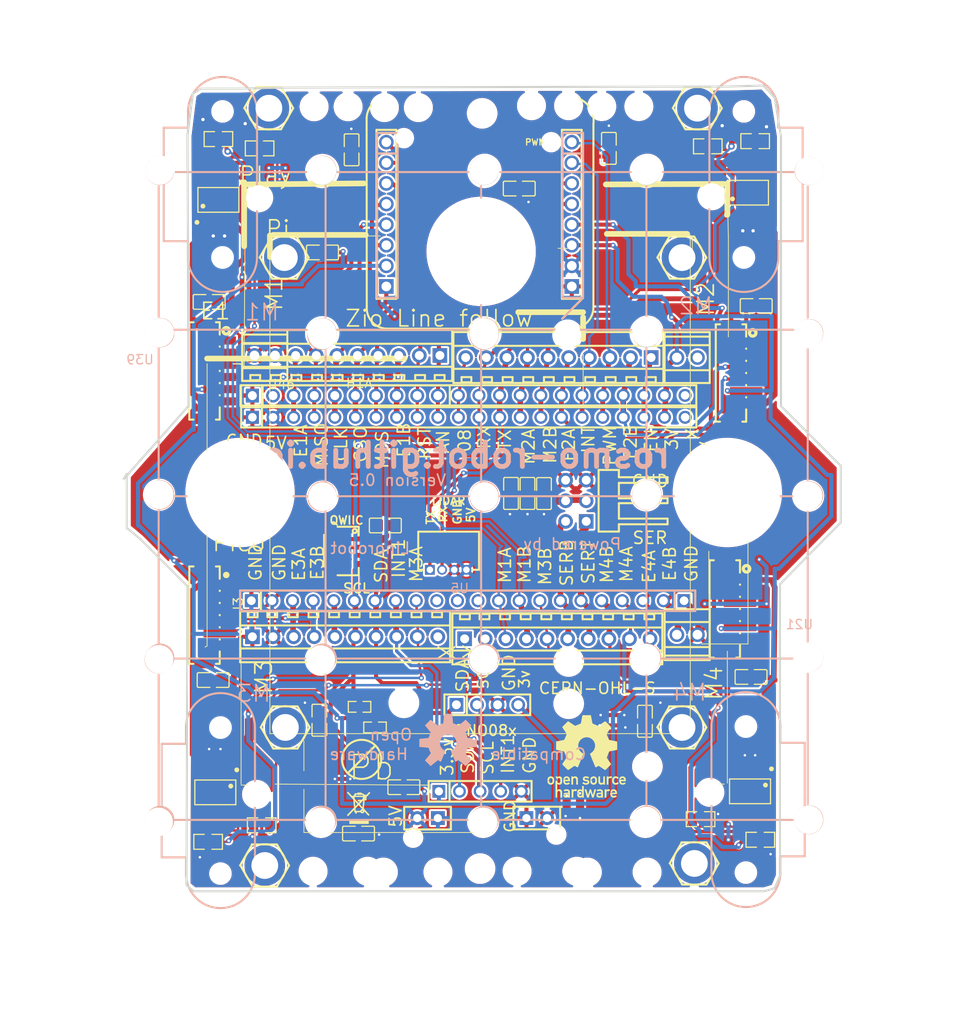
<source format=kicad_pcb>
(kicad_pcb (version 20240108) (generator "pcbnew") (generator_version "8.0")
  (layers (0 "F.Cu" signal) (31 "B.Cu" signal) (34 "B.Paste" user) (35 "F.Paste" user) (36 "B.SilkS" user "B.Silkscreen") (37 "F.SilkS" user "F.Silkscreen") (38 "B.Mask" user) (39 "F.Mask" user) (44 "Edge.Cuts" user))
  (net 0 "")
  (net 1 "INT1")
  (net 2 "SDA")
  (net 3 "3V")
  (net 4 "E2B")
  (net 5 "M1CA")
  (net 6 "S$352450")
  (net 7 "S$352179")
  (net 8 "M1CB")
  (net 9 "M2A")
  (net 10 "GND")
  (net 11 "M4CA")
  (net 12 "L1")
  (net 13 "E1B")
  (net 14 "PWM")
  (net 15 "INT")
  (net 16 "MISO")
  (net 17 "M3CB")
  (net 18 "M3CA")
  (net 19 "SCL")
  (net 20 "M4CB")
  (net 21 "E2A")
  (net 22 "E3B")
  (net 23 "SERT")
  (net 24 "M2B")
  (net 25 "M1A")
  (net 26 "M1B")
  (net 27 "M3A")
  (net 28 "E4B")
  (net 29 "SERB")
  (net 30 "01")
  (net 31 "M3B")
  (net 32 "E3A")
  (net 33 "E1A")
  (net 34 "RST")
  (net 35 "RX")
  (net 36 "TX")
  (net 37 "CLK")
  (net 38 "MOSI")
  (net 39 "SER+")
  (net 40 "EN")
  (net 41 "08")
  (net 42 "AN")
  (net 43 "CS")
  (net 44 "E4A")
  (net 45 "NC")
  (footprint "easyeda:CONN-TH_DB125-2.54-10P-GN" (layer "F.Cu") (at 64.262 5.588 180)
    (property "Reference" "U38" (hide yes))
    (property "Value" "CONN-TH_DB125-2.54-10P-GN" (hide yes))
  )
  (footprint "AutoGenerated:MountingHole_2.03mm" (layer "F.Cu") (at 46.355 64.77)
    (property "Reference" "")
    (property "Value" "")
  )
  (footprint "easyeda:R0805" (layer "F.Cu") (at 89.154 65.024)
    (property "Reference" "R10" (hide yes))
    (property "Value" "C17414" (hide yes))
  )
  (footprint "easyeda:C0805" (layer "F.Cu") (at 21.209 -1.27)
    (property "Reference" "C3" (hide yes))
    (property "Value" "C49678" (hide yes))
  )
  (footprint "easyeda:RECTANGULAR_M3" (layer "F.Cu") (at 38.354 68.961)
    (property "Reference" "U32" (hide yes))
    (property "Value" "RECTANGULAR_M3" (hide yes))
  )
  (footprint "easyeda:R0603" (layer "F.Cu") (at 39.751 48.641)
    (property "Reference" "R12" (hide yes))
    (property "Value" "C25804" (hide yes))
  )
  (footprint "easyeda:RECTANGULAR_M3" (layer "F.Cu") (at 38.481 -25.273)
    (property "Reference" "U30" (hide yes))
    (property "Value" "RECTANGULAR_M3" (hide yes))
  )
  (footprint "AutoGenerated:MountingHole_2.03mm" (layer "F.Cu") (at 63.373 -20.955)
    (property "Reference" "")
    (property "Value" "")
  )
  (footprint "easyeda:HDR-TH_22P-P2.54-V-F" (layer "F.Cu") (at 53.086 35.56)
    (property "Reference" "U51" (hide yes))
    (property "Value" "HDR-TH_22P-P2.54-V-F" (hide yes))
  )
  (footprint "easyeda:OSHW-LOGO-L" (layer "F.Cu") (at 50.673 53.086)
    (property "Reference" "LOGO5" (hide yes))
    (property "Value" "OSHW-LOGO-L" (hide yes))
  )
  (footprint "easyeda:RECTANGULAR_HOLE" (layer "F.Cu") (at 76.581 55.372)
    (property "Reference" "U23" (hide yes))
    (property "Value" "RECTANGULAR_HOLE" (hide yes))
  )
  (footprint "easyeda:CONN-SMD_6P-P1.50_DEALON_ZH-6PS" (layer "F.Cu") (at 85.725 36.576 -90)
    (property "Reference" "J4" (hide yes))
    (property "Value" "C2904998" (hide yes))
  )
  (footprint "AutoGenerated:MountingHole_3.30mm" (layer "F.Cu") (at 65.405 2.794)
    (property "Reference" "")
    (property "Value" "")
  )
  (footprint "easyeda:M3_STANDOFF" (layer "F.Cu") (at 30.48 -6.731)
    (property "Reference" "U19" (hide yes))
    (property "Value" "M3_STANDOFF" (hide yes))
  )
  (footprint "easyeda:C0805" (layer "F.Cu") (at 35.179 -7.366 180)
    (property "Reference" "C11" (hide yes))
    (property "Value" "C49678" (hide yes))
  )
  (footprint "easyeda:N20-40MM-WHEEL" (layer "F.Cu") (at 93.472 70.485)
    (property "Reference" "U21")
    (property "Value" "N20-40MM-WHEEL" (hide yes))
  )
  (footprint "easyeda:LEADFREE" (layer "F.Cu") (at 40.005 55.118)
    (property "Reference" "U2" (hide yes))
    (property "Value" "Pb")
  )
  (footprint "easyeda:C0805" (layer "F.Cu") (at 59.436 -15.24 180)
    (property "Reference" "C10" (hide yes))
    (property "Value" "C49678" (hide yes))
  )
  (footprint "AutoGenerated:MountingHole_2.03mm" (layer "F.Cu") (at 64.008 64.389)
    (property "Reference" "")
    (property "Value" "")
  )
  (footprint "easyeda:C0805" (layer "F.Cu") (at 70.485 -20.193 -90)
    (property "Reference" "C13" (hide yes))
    (property "Value" "C49678" (hide yes))
  )
  (footprint "easyeda:C0805" (layer "F.Cu") (at 21.701 45.339)
    (property "Reference" "C4" (hide yes))
    (property "Value" "C49678" (hide yes))
  )
  (footprint "easyeda:RECTANGULAR_M3" (layer "F.Cu") (at 63.5 68.961)
    (property "Reference" "U42" (hide yes))
    (property "Value" "RECTANGULAR_M3" (hide yes))
  )
  (footprint "easyeda:M3_STANDOFF" (layer "F.Cu") (at 79.502 51.181)
    (property "Reference" "U26" (hide yes))
    (property "Value" "M3_STANDOFF" (hide yes))
  )
  (footprint "easyeda:R0805" (layer "F.Cu") (at 82.677 -20.447)
    (property "Reference" "R11" (hide yes))
    (property "Value" "C17414" (hide yes))
  )
  (footprint "easyeda:RECTANGULAR_HOLE" (layer "F.Cu") (at 33.274 54.991)
    (property "Reference" "U22" (hide yes))
    (property "Value" "RECTANGULAR_HOLE" (hide yes))
  )
  (footprint "easyeda:CONN-TH_DB125-2.54-10P-GN" (layer "F.Cu") (at 37.973 40.005)
    (property "Reference" "U1" (hide yes))
    (property "Value" "CONN-TH_DB125-2.54-10P-GN" (hide yes))
  )
  (footprint "easyeda:R0805" (layer "F.Cu") (at 22.352 -21.336)
    (property "Reference" "R5" (hide yes))
    (property "Value" "C17414" (hide yes))
  )
  (footprint "easyeda:OPENSOURCE-LOGO-TOP" (layer "F.Cu") (at 67.564 54.102)
    (property "Reference" ".5" (hide yes))
    (property "Value" "OPENSOURCE-LOGO-TOP" (hide yes))
  )
  (footprint "easyeda:HDR-TH_8P-P2.54-V-F-1" (layer "F.Cu") (at 43.053 -12.065 90)
    (property "Reference" "H3" (hide yes))
    (property "Value" "C27438" (hide yes))
  )
  (footprint "easyeda:HDR-TH_2P-P2.54-V-F" (layer "F.Cu") (at 61.595 62.357)
    (property "Reference" "P2" (hide yes))
    (property "Value" "C2897365" (hide yes))
  )
  (footprint "easyeda:RECTANGULAR_M3" (layer "F.Cu") (at 70.866 68.961)
    (property "Reference" "U43" (hide yes))
    (property "Value" "RECTANGULAR_M3" (hide yes))
  )
  (footprint "easyeda:SOP-8_L5.0-W4.0-P1.27-LS6.0-BL" (layer "F.Cu") (at 87.63 -14.732)
    (property "Reference" "U6" (hide yes))
    (property "Value" "C2895059" (hide yes))
  )
  (footprint "easyeda:M3_STANDOFF" (layer "F.Cu") (at 81.026 67.945)
    (property "Reference" "U12" (hide yes))
    (property "Value" "M3_STANDOFF" (hide yes))
  )
  (footprint "easyeda:C0805" (layer "F.Cu") (at 39.624 64.262 180)
    (property "Reference" "C9" (hide yes))
    (property "Value" "C49678" (hide yes))
  )
  (footprint "easyeda:C0805" (layer "F.Cu") (at 62.484 22.352 -90)
    (property "Reference" "C1" (hide yes))
    (property "Value" "C440198" (hide yes))
  )
  (footprint "easyeda:MIKROBUS_SILK" (layer "F.Cu") (at 54.61 -11.938)
    (property "Reference" "U4" (hide yes))
    (property "Value" "PWM")
  )
  (footprint "AutoGenerated:MountingHole_3.30mm" (layer "F.Cu") (at 75.234 55.994)
    (property "Reference" "")
    (property "Value" "")
  )
  (footprint "easyeda:HDR-TH_10P-P2.54-V-F" (layer "F.Cu") (at 37.973 10.287)
    (property "Reference" "H1A")
    (property "Value" "C2905418" (hide yes))
  )
  (footprint "easyeda:N20-40MM-WHEEL" (layer "F.Cu") (at 93.218 -5.334)
    (property "Reference" "U20" (hide yes))
    (property "Value" "N20-40MM-WHEEL" (hide yes))
  )
  (footprint "easyeda:CONN-SMD_6P-P1.50_DEALON_ZH-6PS" (layer "F.Cu") (at 21.59 7.239 -90)
    (property "Reference" "J1")
    (property "Value" "C2904998" (hide yes))
  )
  (footprint "easyeda:C0805" (layer "F.Cu") (at 42.926 26.289 180)
    (property "Reference" "C12" (hide yes))
    (property "Value" "C49678" (hide yes))
  )
  (footprint "easyeda:CONN-TH_DB125-2.54-10P-GN" (layer "F.Cu") (at 38.227 5.334 180)
    (property "Reference" "U3" (hide yes))
    (property "Value" "CONN-TH_DB125-2.54-10P-GN" (hide yes))
  )
  (footprint "AutoGenerated:MountingHole_13.00mm" (layer "F.Cu") (at 25.019 22.225)
    (property "Reference" "")
    (property "Value" "")
  )
  (footprint "easyeda:HDR-TH_2P-P2.54-V-F" (layer "F.Cu") (at 48.133 62.357 180)
    (property "Reference" "P1" (hide yes))
    (property "Value" "HDR-TH_2P-P2.54-V-F" (hide yes))
  )
  (footprint "AutoGenerated:Pad_1.41mm" (layer "F.Cu") (at 60.452 23.241)
    (property "Reference" "")
    (property "Value" "")
  )
  (footprint "AutoGenerated:Pad_1.41mm" (layer "F.Cu") (at 59.817 51.943)
    (property "Reference" "")
    (property "Value" "")
  )
  (footprint "easyeda:HDR-TH_22P-P2.54-V-F" (layer "F.Cu") (at 53.204 10.251)
    (property "Reference" "U50" (hide yes))
    (property "Value" "HDR-TH_22P-P2.54-V-F" (hide yes))
  )
  (footprint "easyeda:CONN-TH_DG308-2.54-02P-14-00A" (layer "F.Cu") (at 80.137 39.751)
    (property "Reference" "U14" (hide yes))
    (property "Value" "CONN-TH_DG308-2.54-02P-14-00A" (hide yes))
  )
  (footprint "easyeda:M3_STANDOFF" (layer "F.Cu") (at 30.607 51.181)
    (property "Reference" "U25" (hide yes))
    (property "Value" "M3_STANDOFF" (hide yes))
  )
  (footprint "easyeda:R0805" (layer "F.Cu") (at 27.686 63.246)
    (property "Reference" "R8" (hide yes))
    (property "Value" "C17414" (hide yes))
  )
  (footprint "easyeda:HDR-TH_6P-P2.54-H-M-R2-C3-S2.54-W12.3-N" (layer "F.Cu") (at 66.421 23.241 90)
    (property "Reference" "H6" (hide yes))
    (property "Value" "C2894983" (hide yes))
  )
  (footprint "easyeda:RECTANGULAR_M3" (layer "F.Cu") (at 69.85 -25.4)
    (property "Reference" "U41" (hide yes))
    (property "Value" "RECTANGULAR_M3" (hide yes))
  )
  (footprint "easyeda:HDR-TH_22P-P2.54-V-F" (layer "F.Cu") (at 53.086 35.56)
    (property "Reference" "U5")
    (property "Value" "HDR-TH_22P-P2.54-V-F" (hide yes))
  )
  (footprint "easyeda:HDR-TH_4P-P2.54-V-F" (layer "F.Cu") (at 55.499 48.387)
    (property "Reference" "U16" (hide yes))
    (property "Value" "HDR-TH_4P-P2.54-V-F" (hide yes))
  )
  (footprint "easyeda:R0805" (layer "F.Cu") (at 81.788 62.484 180)
    (property "Reference" "R9" (hide yes))
    (property "Value" "C17414" (hide yes))
  )
  (footprint "easyeda:R0805" (layer "F.Cu") (at 88.519 -21.082)
    (property "Reference" "R2" (hide yes))
    (property "Value" "C17414" (hide yes))
  )
  (footprint "easyeda:HDR-TH_8P-P2.54-V-F-1" (layer "F.Cu") (at 65.913 -12.065 90)
    (property "Reference" "H4" (hide yes))
    (property "Value" "C27438" (hide yes))
  )
  (footprint "AutoGenerated:MountingHole_13.00mm" (layer "F.Cu") (at 54.737 -7.493)
    (property "Reference" "")
    (property "Value" "")
  )
  (footprint "easyeda:M3_STANDOFF" (layer "F.Cu") (at 28.575 -25.146)
    (property "Reference" "U15" (hide yes))
    (property "Value" "M3_STANDOFF" (hide yes))
  )
  (footprint "AutoGenerated:MountingHole_3.10mm" (layer "F.Cu") (at 82.931 59.182)
    (property "Reference" "")
    (property "Value" "")
  )
  (footprint "AutoGenerated:MountingHole_3.30mm" (layer "F.Cu") (at 54.61 68.58)
    (property "Reference" "")
    (property "Value" "")
  )
  (footprint "easyeda:R0805" (layer "F.Cu") (at 21.082 65.278)
    (property "Reference" "R7" (hide yes))
    (property "Value" "C17414" (hide yes))
  )
  (footprint "AutoGenerated:MountingHole_3.30mm" (layer "F.Cu") (at 65.532 43.051)
    (property "Reference" "")
    (property "Value" "")
  )
  (footprint "easyeda:ORP ORIGINAL 5X5 - NO EXTRA" (layer "F.Cu") (at 65.278 22.225)
    (property "Reference" "20MM" (hide yes))
    (property "Value" "ORP ORIGINAL 5X5 - NO EXTRA" (hide yes))
    (fp_circle (center -30.16 -39.605) (end -28.56 -39.605) (stroke (width 0.254)) (fill none) (layer "Edge.Cuts"))
    (fp_circle (center -30.16 -19.605) (end -28.56 -19.605) (stroke (width 0.254)) (fill none) (layer "Edge.Cuts"))
    (fp_circle (center -30.099 -39.647) (end -28.499 -39.647) (stroke (width 0.254)) (fill none) (layer "Edge.Cuts"))
    (fp_circle (center -30.099 -39.647) (end -28.499 -39.647) (stroke (width 0.254)) (fill none) (layer "Edge.Cuts"))
    (fp_circle (center -30.099 -39.647) (end -28.499 -39.647) (stroke (width 0.254)) (fill none) (layer "Edge.Cuts"))
    (fp_circle (center -30.099 -19.647) (end -28.499 -19.647) (stroke (width 0.254)) (fill none) (layer "Edge.Cuts"))
    (fp_circle (center -30.099 -19.647) (end -28.499 -19.647) (stroke (width 0.254)) (fill none) (layer "Edge.Cuts"))
    (fp_circle (center -30.099 -19.647) (end -28.499 -19.647) (stroke (width 0.254)) (fill none) (layer "Edge.Cuts"))
    (fp_circle (center -10.16 -39.605) (end -8.56 -39.605) (stroke (width 0.254)) (fill none) (layer "Edge.Cuts"))
    (fp_circle (center -10.16 -19.605) (end -8.56 -19.605) (stroke (width 0.254)) (fill none) (layer "Edge.Cuts"))
    (fp_circle (center -10.099 -39.647) (end -8.499 -39.647) (stroke (width 0.254)) (fill none) (layer "Edge.Cuts"))
    (fp_circle (center -10.099 -39.647) (end -8.499 -39.647) (stroke (width 0.254)) (fill none) (layer "Edge.Cuts"))
    (fp_circle (center -10.099 -39.647) (end -8.499 -39.647) (stroke (width 0.254)) (fill none) (layer "Edge.Cuts"))
    (fp_circle (center -10.099 -19.647) (end -8.499 -19.647) (stroke (width 0.254)) (fill none) (layer "Edge.Cuts"))
    (fp_circle (center -10.099 -19.647) (end -8.499 -19.647) (stroke (width 0.254)) (fill none) (layer "Edge.Cuts"))
    (fp_circle (center -10.099 -19.647) (end -8.499 -19.647) (stroke (width 0.254)) (fill none) (layer "Edge.Cuts"))
    (fp_circle (center 9.84 -39.605) (end 11.44 -39.605) (stroke (width 0.254)) (fill none) (layer "Edge.Cuts"))
    (fp_circle (center 9.84 -19.605) (end 11.44 -19.605) (stroke (width 0.254)) (fill none) (layer "Edge.Cuts"))
    (fp_circle (center 9.901 -39.647) (end 11.501 -39.647) (stroke (width 0.254)) (fill none) (layer "Edge.Cuts"))
    (fp_circle (center 9.901 -39.647) (end 11.501 -39.647) (stroke (width 0.254)) (fill none) (layer "Edge.Cuts"))
    (fp_circle (center 9.901 -39.647) (end 11.501 -39.647) (stroke (width 0.254)) (fill none) (layer "Edge.Cuts"))
    (fp_circle (center 9.901 -19.647) (end 11.501 -19.647) (stroke (width 0.254)) (fill none) (layer "Edge.Cuts"))
    (fp_circle (center 9.901 -19.647) (end 11.501 -19.647) (stroke (width 0.254)) (fill none) (layer "Edge.Cuts"))
    (fp_circle (center 9.901 -19.647) (end 11.501 -19.647) (stroke (width 0.254)) (fill none) (layer "Edge.Cuts"))
  )
  (footprint "easyeda:R0805" (layer "F.Cu") (at 27.432 -20.193)
    (property "Reference" "R6" (hide yes))
    (property "Value" "C17414" (hide yes))
  )
  (footprint "easyeda:RECTANGULAR_M3" (layer "F.Cu") (at 45.085 68.961)
    (property "Reference" "U31" (hide yes))
    (property "Value" "RECTANGULAR_M3" (hide yes))
  )
  (footprint "easyeda:CONN-SMD_4P-P1.00_SM04B-SRSS-TB-LF-SN" (layer "F.Cu") (at 37.846 29.464 -90)
    (property "Reference" "J5" (hide yes))
    (property "Value" "CONN-SMD_4P-P1.00_SM04B-SRSS-TB-LF-SN" (hide yes))
  )
  (footprint "easyeda:CONN-SMD_6P-P1.50_DEALON_ZH-6PS" (layer "F.Cu") (at 21.59 37.338 -90)
    (property "Reference" "J3")
    (property "Value" "C2904998" (hide yes))
  )
  (footprint "AutoGenerated:MountingHole_3.30mm" (layer "F.Cu") (at 54.864 -24.511)
    (property "Reference" "")
    (property "Value" "")
  )
  (footprint "easyeda:M3_STANDOFF" (layer "F.Cu") (at 28.067 68.199)
    (property "Reference" "U11" (hide yes))
    (property "Value" "M3_STANDOFF" (hide yes))
  )
  (footprint "easyeda:RECTANGULAR_M3" (layer "F.Cu") (at 65.278 -25.4)
    (property "Reference" "U29" (hide yes))
    (property "Value" "RECTANGULAR_M3" (hide yes))
  )
  (footprint "easyeda:C0805" (layer "F.Cu") (at 38.77 -20.014 -90)
    (property "Reference" "C14" (hide yes))
    (property "Value" "C49678" (hide yes))
  )
  (footprint "easyeda:C0805" (layer "F.Cu") (at 88.646 -0.762)
    (property "Reference" "C2" (hide yes))
    (property "Value" "C49678" (hide yes))
  )
  (footprint "AutoGenerated:Pad_1.41mm" (layer "F.Cu") (at 58.42 21.336)
    (property "Reference" "")
    (property "Value" "")
  )
  (footprint "easyeda:CONN-TH_4P-P1.50_HCTL_HC-ZH1.5-4AW" (layer "F.Cu") (at 50.673 31.75 180)
    (property "Reference" "U33" (hide yes))
    (property "Value" "CONN-TH_4P-P1.50_HCTL_HC-ZH1.5-4AW" (hide yes))
  )
  (footprint "easyeda:C0805" (layer "F.Cu") (at 60.452 22.336 -90)
    (property "Reference" "C6" (hide yes))
    (property "Value" "C440198" (hide yes))
  )
  (footprint "easyeda:RECTANGULAR_HOLE" (layer "F.Cu") (at 76.327 -20.701)
    (property "Reference" "U9" (hide yes))
    (property "Value" "RECTANGULAR_HOLE" (hide yes))
  )
  (footprint "easyeda:SOP-8_L5.0-W4.0-P1.27-LS6.0-BL" (layer "F.Cu") (at 22.352 -13.843)
    (property "Reference" "U45" (hide yes))
    (property "Value" "C2895059" (hide yes))
  )
  (footprint "easyeda:C0805" (layer "F.Cu") (at 45.212 58.547 180)
    (property "Reference" "C8" (hide yes))
    (property "Value" "C49678" (hide yes))
  )
  (footprint "easyeda:CONN-TH_DB125-2.54-10P-GN" (layer "F.Cu") (at 64.135 40.259)
    (property "Reference" "U37" (hide yes))
    (property "Value" "CONN-TH_DB125-2.54-10P-GN" (hide yes))
  )
  (footprint "easyeda:CONN-TH_DG308-2.54-02P-14-00A" (layer "F.Cu") (at 80.137 5.588 180)
    (property "Reference" "U13" (hide yes))
    (property "Value" "CONN-TH_DG308-2.54-02P-14-00A" (hide yes))
  )
  (footprint "easyeda:N20-40MM-WHEEL" (layer "F.Cu") (at 16.764 -26.162 180)
    (property "Reference" "U39")
    (property "Value" "N20-40MM-WHEEL" (hide yes))
  )
  (footprint "easyeda:C0805" (layer "F.Cu") (at 88.011 44.958)
    (property "Reference" "C5" (hide yes))
    (property "Value" "C49678" (hide yes))
  )
  (footprint "easyeda:C0805" (layer "F.Cu") (at 34.798 50.292 -90)
    (property "Reference" "C16" (hide yes))
    (property "Value" "C49678" (hide yes))
  )
  (footprint "AutoGenerated:Pad_1.41mm" (layer "F.Cu") (at 60.452 21.336)
    (property "Reference" "")
    (property "Value" "")
  )
  (footprint "easyeda:R0603" (layer "F.Cu") (at 41.656 51.181)
    (property "Reference" "R3" (hide yes))
    (property "Value" "C25804" (hide yes))
  )
  (footprint "easyeda:RECTANGULAR_M3" (layer "F.Cu") (at 42.672 -25.273)
    (property "Reference" "U40" (hide yes))
    (property "Value" "RECTANGULAR_M3" (hide yes))
  )
  (footprint "AutoGenerated:MountingHole_3.10mm" (layer "F.Cu") (at 27.051 59.436)
    (property "Reference" "")
    (property "Value" "")
  )
  (footprint "easyeda:C0805" (layer "F.Cu") (at 58.42 22.336 -90)
    (property "Reference" "C7" (hide yes))
    (property "Value" "C49678" (hide yes))
  )
  (footprint "AutoGenerated:MountingHole_13.00mm" (layer "F.Cu") (at 85.09 22.225)
    (property "Reference" "")
    (property "Value" "")
  )
  (footprint "easyeda:HDR-TH_5P-P2.54-V-F" (layer "F.Cu") (at 54.61 59.055)
    (property "Reference" "H5" (hide yes))
    (property "Value" "C50950" (hide yes))
  )
  (footprint "AutoGenerated:MountingHole_3.30mm" (layer "F.Cu") (at 65.532 48.26)
    (property "Reference" "")
    (property "Value" "")
  )
  (footprint "easyeda:C0805" (layer "F.Cu") (at 74.93 50.419 -90)
    (property "Reference" "C15" (hide yes))
    (property "Value" "C49678" (hide yes))
  )
  (footprint "easyeda:M3_STANDOFF" (layer "F.Cu") (at 79.502 -6.731)
    (property "Reference" "U18" (hide yes))
    (property "Value" "M3_STANDOFF" (hide yes))
  )
  (footprint "easyeda:SOP-8_L5.0-W4.0-P1.27-LS6.0-BL" (layer "F.Cu") (at 21.971 59.182 180)
    (property "Reference" "U48" (hide yes))
    (property "Value" "C2895059" (hide yes))
  )
  (footprint "easyeda:RECTANGULAR_HOLE" (layer "F.Cu") (at 33.909 -20.574)
    (property "Reference" "U8" (hide yes))
    (property "Value" "RECTANGULAR_HOLE" (hide yes))
  )
  (footprint "easyeda:HDR-TH_22P-P2.54-V-F" (layer "F.Cu") (at 53.213 12.954)
    (property "Reference" "U7" (hide yes))
    (property "Value" "HDR-TH_22P-P2.54-V-F" (hide yes))
  )
  (footprint "easyeda:CONN-TH_DG308-2.54-02P-14-00A" (layer "F.Cu") (at 28.067 5.334 180)
    (property "Reference" "U46")
    (property "Value" "CONN-TH_DG308-2.54-02P-14-00A" (hide yes))
  )
  (footprint "easyeda:WEEE_4MM" (layer "F.Cu") (at 39.624 61.087)
    (property "Reference" "LOGO1" (hide yes))
    (property "Value" "WEEE_4MM" (hide yes))
  )
  (footprint "AutoGenerated:MountingHole_3.10mm" (layer "F.Cu") (at 27.305 -14.097)
    (property "Reference" "")
    (property "Value" "")
  )
  (footprint "AutoGenerated:MountingHole_2.03mm" (layer "F.Cu") (at 45.212 -21.463)
    (property "Reference" "")
    (property "Value" "")
  )
  (footprint "AutoGenerated:MountingHole_3.30mm" (layer "F.Cu") (at 45.212 48.133)
    (property "Reference" "")
    (property "Value" "")
  )
  (footprint "easyeda:SOP-8_L5.0-W4.0-P1.27-LS6.0-BL" (layer "F.Cu") (at 87.884 59.055 180)
    (property "Reference" "U49" (hide yes))
    (property "Value" "C2895059" (hide yes))
  )
  (footprint "AutoGenerated:MountingHole_3.10mm" (layer "F.Cu") (at 83.185 -14.351)
    (property "Reference" "")
    (property "Value" "")
  )
  (footprint "easyeda:N20-40MM-WHEEL" (layer "F.Cu") (at 16.51 49.784 180)
    (property "Reference" "U24" (hide yes))
    (property "Value" "N20-40MM-WHEEL" (hide yes))
  )
  (footprint "easyeda:CONN-SMD_6P-P1.50_DEALON_ZH-6PS" (layer "F.Cu") (at 86.487 7.493 -90)
    (property "Reference" "J2" (hide yes))
    (property "Value" "C2904998" (hide yes))
  )
  (footprint "easyeda:M3_STANDOFF" (layer "F.Cu") (at 81.407 -25.146)
    (property "Reference" "U17" (hide yes))
    (property "Value" "M3_STANDOFF" (hide yes))
  )
  (gr_line (start 26.797 58.293) (end 25.146 58.293) (stroke (width 0.1)) (layer "F.SilkS"))
  (gr_line (start 20.955 6.35) (end 20.955 17.272) (stroke (width 0.1)) (layer "F.SilkS"))
  (gr_line (start 25.527 -8.128) (end 25.527 -16.002) (stroke (width 0.7)) (layer "F.SilkS"))
  (gr_line (start 28.702 -9.398) (end 42.291 -9.398) (stroke (width 0.1)) (layer "F.SilkS"))
  (gr_line (start 25.146 58.166) (end 25.146 41.275) (stroke (width 0.1)) (layer "F.SilkS"))
  (gr_line (start 25.527 -14.712) (end 25.527 -13.843) (stroke (width 0.1)) (layer "F.SilkS"))
  (gr_line (start 87.63 28.067) (end 87.63 40.894) (stroke (width 0.1)) (layer "F.SilkS"))
  (gr_line (start 85.09 -15.875) (end 85.09 -12.009) (stroke (width 0.7)) (layer "F.SilkS"))
  (gr_line (start 67.31 0.635) (end 67.31 3.302) (stroke (width 0.7)) (layer "F.SilkS"))
  (gr_line (start 25.527 -16.002) (end 25.273 -16.002) (stroke (width 0.7)) (layer "F.SilkS"))
  (gr_line (start 87.63 40.894) (end 81.915 40.894) (stroke (width 0.1)) (layer "F.SilkS"))
  (gr_line (start 48.26 58.293) (end 29.337 58.166) (stroke (width 0.1)) (layer "F.SilkS"))
  (gr_line (start 28.702 -9.461) (end 28.702 -6.794) (stroke (width 0.7)) (layer "F.SilkS"))
  (gr_line (start 80.518 -9.525) (end 80.518 51.943) (stroke (width 0.1)) (layer "F.SilkS"))
  (gr_line (start 85.09 58.039) (end 85.09 41.783) (stroke (width 0.1)) (layer "F.SilkS"))
  (gr_line (start 28.702 36.195) (end 28.702 -8.89) (stroke (width 0.1)) (layer "F.SilkS"))
  (gr_line (start 28.702 51.943) (end 28.702 40.005) (stroke (width 0.1)) (layer "F.SilkS"))
  (gr_line (start 84.709 58.166) (end 82.677 58.166) (stroke (width 0.1)) (layer "F.SilkS"))
  (gr_line (start 32.893 64.135) (end 56.261 64.135) (stroke (width 0.1)) (layer "F.SilkS"))
  (gr_line (start 32.893 58.801) (end 32.893 64.135) (stroke (width 0.1)) (layer "F.SilkS"))
  (gr_line (start 80.518 51.943) (end 28.702 51.943) (stroke (width 0.1)) (layer "F.SilkS"))
  (gr_line (start 20.955 40.259) (end 20.955 41.148) (stroke (width 0.1)) (layer "F.SilkS"))
  (gr_line (start 20.955 5.715) (end 45.26 5.715) (stroke (width 0.7)) (layer "F.SilkS"))
  (gr_line (start 25.654 -14.732) (end 25.527 6.985) (stroke (width 0.1)) (layer "F.SilkS"))
  (gr_line (start 80.772 -9.398) (end 80.772 -6.223) (stroke (width 0.1)) (layer "F.SilkS"))
  (gr_line (start 85.217 -9.271) (end 85.09 -14.478) (stroke (width 0.1)) (layer "F.SilkS"))
  (gr_line (start 70.104 -15.748) (end 84.646 -15.811) (stroke (width 0.7)) (layer "F.SilkS"))
  (gr_line (start 82.804 29.464) (end 82.804 34.671) (stroke (width 0.1)) (layer "F.SilkS"))
  (gr_line (start 28.702 36.195) (end 28.702 40.336) (stroke (width 0.1)) (layer "F.SilkS"))
  (gr_line (start 80.772 -6.223) (end 80.772 -5.842) (stroke (width 0.1)) (layer "F.SilkS"))
  (gr_line (start 32.893 52.832) (end 32.893 56.515) (stroke (width 0.1)) (layer "F.SilkS"))
  (gr_line (start 70.231 -9.652) (end 80.137 -9.652) (stroke (width 0.7)) (layer "F.SilkS"))
  (gr_line (start 20.955 41.148) (end 20.701 41.275) (stroke (width 0.1)) (layer "F.SilkS"))
  (gr_line (start 29.083 -9.525) (end 40.513 -9.525) (stroke (width 0.7)) (layer "F.SilkS"))
  (gr_line (start 59.309 0) (end 67.31 0) (stroke (width 0.7)) (layer "F.SilkS"))
  (gr_line (start 20.955 17.272) (end 20.955 40.259) (stroke (width 0.1)) (layer "F.SilkS"))
  (gr_line (start 85.217 3.048) (end 85.217 -9.271) (stroke (width 0.1)) (layer "F.SilkS"))
  (gr_line (start 25.908 -15.748) (end 40.259 -15.875) (stroke (width 0.7)) (layer "F.SilkS"))
  (gr_line (start 67.31 5.207) (end 67.31 11.684) (stroke (width 0.1)) (layer "F.SilkS"))
  (gr_line (start 64.221 -7.874) (end 66.291 -7.874) (stroke (width 0.1)) (layer "F.SilkS"))
  (gr_line (start 20.193 -27.559) (end 22.098 -27.559) (stroke (width 0.254)) (layer "Edge.Cuts"))
  (gr_line (start 90.932 70.993) (end 89.662 71.374) (stroke (width 0.254)) (layer "Edge.Cuts"))
  (gr_line (start 22.098 -27.559) (end 24.892 -27.559) (stroke (width 0.254)) (layer "Edge.Cuts"))
  (gr_line (start 19.177 -26.924) (end 20.193 -27.559) (stroke (width 0.254)) (layer "Edge.Cuts"))
  (gr_line (start 18.669 11.557) (end 18.542 -21.971) (stroke (width 0.254)) (layer "Edge.Cuts"))
  (gr_line (start 84.963 71.374) (end 26.67 71.374) (stroke (width 0.254)) (layer "Edge.Cuts"))
  (gr_line (start 89.662 71.374) (end 84.963 71.374) (stroke (width 0.254)) (layer "Edge.Cuts"))
  (gr_line (start 90.932 -26.416) (end 91.694 -21.717) (stroke (width 0.254)) (layer "Edge.Cuts"))
  (gr_line (start 12.7 27.94) (end 11.176 26.67) (stroke (width 0.254)) (layer "Edge.Cuts"))
  (gr_line (start 18.542 -21.971) (end 19.177 -26.797) (stroke (width 0.254)) (layer "Edge.Cuts"))
  (gr_line (start 30.988 -27.686) (end 81.661 -27.813) (stroke (width 0.254)) (layer "Edge.Cuts"))
  (gr_line (start 11.049 19.939) (end 10.668 20.574) (stroke (width 0.254)) (layer "Edge.Cuts"))
  (gr_line (start 18.415 70.612) (end 18.542 33.782) (stroke (width 0.254)) (layer "Edge.Cuts"))
  (gr_line (start 91.567 69.469) (end 90.932 70.993) (stroke (width 0.254)) (layer "Edge.Cuts"))
  (gr_line (start 18.542 33.782) (end 12.7 27.94) (stroke (width 0.254)) (layer "Edge.Cuts"))
  (gr_line (start 81.661 -27.813) (end 85.217 -27.813) (stroke (width 0.254)) (layer "Edge.Cuts"))
  (gr_line (start 19.304 71.374) (end 18.415 70.612) (stroke (width 0.254)) (layer "Edge.Cuts"))
  (gr_line (start 99.07 18.933) (end 99.07 25.933) (stroke (width 0.254)) (layer "Edge.Cuts"))
  (gr_line (start 24.892 -27.559) (end 30.988 -27.686) (stroke (width 0.254)) (layer "Edge.Cuts"))
  (gr_line (start 99.07 25.933) (end 91.567 33.528) (stroke (width 0.254)) (layer "Edge.Cuts"))
  (gr_line (start 89.535 -27.94) (end 90.932 -26.416) (stroke (width 0.254)) (layer "Edge.Cuts"))
  (gr_line (start 26.67 71.374) (end 19.304 71.374) (stroke (width 0.254)) (layer "Edge.Cuts"))
  (gr_line (start 11.049 25.273) (end 11.049 20.32) (stroke (width 0.254)) (layer "Edge.Cuts"))
  (gr_line (start 18.542 -17.526) (end 18.542 -21.717) (stroke (width 0.254)) (layer "Edge.Cuts"))
  (gr_line (start 11.049 26.67) (end 11.049 25.273) (stroke (width 0.254)) (layer "Edge.Cuts"))
  (gr_line (start 91.567 33.528) (end 91.567 69.469) (stroke (width 0.254)) (layer "Edge.Cuts"))
  (gr_line (start 10.668 20.574) (end 18.669 11.557) (stroke (width 0.254)) (layer "Edge.Cuts"))
  (gr_line (start 91.694 11.557) (end 99.07 18.933) (stroke (width 0.254)) (layer "Edge.Cuts"))
  (gr_line (start 11.049 20.32) (end 11.049 19.939) (stroke (width 0.254)) (layer "Edge.Cuts"))
  (gr_line (start 85.217 -27.813) (end 89.535 -27.94) (stroke (width 0.254)) (layer "Edge.Cuts"))
  (gr_line (start 18.542 -21.717) (end 19.177 -26.924) (stroke (width 0.254)) (layer "Edge.Cuts"))
  (gr_line (start 91.694 -21.717) (end 91.694 11.557) (stroke (width 0.254)) (layer "Edge.Cuts"))
  (gr_text "Open" (at 46.355 52.07 0) (layer "B.SilkS") (effects (font (size 1.4 1.4) (thickness 0.2)) (justify left mirror)))
  (gr_text "M1" (at 29.972 0 0) (layer "B.SilkS") (effects (font (size 2.032 2.032) (thickness 0.203)) (justify left mirror)))
  (gr_text "Version 0.5" (at 50.546 20.701 0) (layer "B.SilkS") (effects (font (size 1.4 1.4) (thickness 0.2)) (justify left mirror)))
  (gr_text "M3" (at 28.956 46.99 0) (layer "B.SilkS") (effects (font (size 2.032 2.032) (thickness 0.203)) (justify left mirror)))
  (gr_text "Linorobot" (at 46.101 29.083 0) (layer "B.SilkS") (effects (font (size 1.4 1.4) (thickness 0.2)) (justify left mirror)))
  (gr_text "Hardware" (at 45.847 54.483 0) (layer "B.SilkS") (effects (font (size 1.4 1.4) (thickness 0.2)) (justify left mirror)))
  (gr_text "Powered by" (at 72.136 28.575 0) (layer "B.SilkS") (effects (font (size 1.4 1.4) (thickness 0.2)) (justify left mirror)))
  (gr_text "M4" (at 82.677 46.863 0) (layer "B.SilkS") (effects (font (size 2.032 2.032) (thickness 0.203)) (justify left mirror)))
  (gr_text "Compatible" (at 67.818 54.483 0) (layer "B.SilkS") (effects (font (size 1.4 1.4) (thickness 0.2)) (justify left mirror)))
  (gr_text "M2" (at 83.439 -0.762 0) (layer "B.SilkS") (effects (font (size 2.032 2.032) (thickness 0.203)) (justify left mirror)))
  (gr_text "rosmo-robot.github.io" (at 78.359 17.653 0) (layer "B.SilkS") (effects (font (size 3 3) (thickness 0.6)) (justify left mirror)))
  (gr_text "M1B" (at 60.071 33.528 90) (layer "F.SilkS") (effects (font (size 1.5 1.5) (thickness 0.203)) (justify left)))
  (gr_text "CERN-OHL-S" (at 61.722 46.355 0) (layer "F.SilkS") (effects (font (size 1.4 1.4) (thickness 0.2)) (justify left)))
  (gr_text "GND" (at 80.645 33.401 90) (layer "F.SilkS") (effects (font (size 1.5 1.5) (thickness 0.203)) (justify left)))
  (gr_text "M4B" (at 70.231 33.528 90) (layer "F.SilkS") (effects (font (size 1.5 1.5) (thickness 0.203)) (justify left)))
  (gr_text "SER" (at 73.279 27.813 0) (layer "F.SilkS") (effects (font (size 1.5 1.5) (thickness 0.203)) (justify left)))
  (gr_text "M2" (at 82.423 0.635 90) (layer "F.SilkS") (effects (font (size 2.032 2.032) (thickness 0.203)) (justify left)))
  (gr_text "SDA" (at 53.086 57.023 90) (layer "F.SilkS") (effects (font (size 1.5 1.5) (thickness 0.203)) (justify left)))
  (gr_text "5V" (at 27.94 16.129 0) (layer "F.SilkS") (effects (font (size 1.5 1.5) (thickness 0.203)) (justify left)))
  (gr_text "3V" (at 82.804 19.685 90) (layer "F.SilkS") (effects (font (size 2.032 2.032) (thickness 0.203)) (justify left)))
  (gr_text "SCL" (at 55.499 57.15 90) (layer "F.SilkS") (effects (font (size 1.5 1.5) (thickness 0.203)) (justify left)))
  (gr_text "GND" (at 73.152 20.828 0) (layer "F.SilkS") (effects (font (size 1.5 1.5) (thickness 0.203)) (justify left)))
  (gr_text "M3" (at 27.94 47.244 90) (layer "F.SilkS") (effects (font (size 2.032 2.032) (thickness 0.203)) (justify left)))
  (gr_text "SERT" (at 67.945 33.655 90) (layer "F.SilkS") (effects (font (size 1.5 1.5) (thickness 0.203)) (justify left)))
  (gr_text "M4A" (at 72.644 33.401 90) (layer "F.SilkS") (effects (font (size 1.5 1.5) (thickness 0.203)) (justify left)))
  (gr_text "QWIIC" (at 35.941 25.654 0) (layer "F.SilkS") (effects (font (size 1 1) (thickness 0.203)) (justify left)))
  (gr_text "INT1" (at 58.039 57.023 90) (layer "F.SilkS") (effects (font (size 1.5 1.5) (thickness 0.2)) (justify left)))
  (gr_text "SC" (at 54.991 46.609 90) (layer "F.SilkS") (effects (font (size 1.3 1.3) (thickness 0.203)) (justify left)))
  (gr_text "E1" (at 19.939 -0.127 0) (layer "F.SilkS") (effects (font (size 2.032 2.032) (thickness 0.203)) (justify left)))
  (gr_text "MOSI" (at 42.545 19.431 90) (layer "F.SilkS") (effects (font (size 1.5 1.5) (thickness 0.203)) (justify left)))
  (gr_text "SCL" (at 37.592 34.036 0) (layer "F.SilkS") (effects (font (size 1.2 1.2) (thickness 0.203)) (justify left)))
  (gr_text "GND" (at 26.924 33.274 90) (layer "F.SilkS") (effects (font (size 1.5 1.5) (thickness 0.203)) (justify left)))
  (gr_text "Pico" (at 21.463 28.448 0) (layer "F.SilkS") (effects (font (size 2.032 2.032) (thickness 0.203)) (justify left)))
  (gr_text "M1" (at 29.21 0 90) (layer "F.SilkS") (effects (font (size 2.032 2.032) (thickness 0.203)) (justify left)))
  (gr_text "E3A" (at 32.258 33.274 90) (layer "F.SilkS") (effects (font (size 1.5 1.5) (thickness 0.203)) (justify left)))
  (gr_text "TX" (at 48.514 26.289 90) (layer "F.SilkS") (effects (font (size 1 1) (thickness 0.203)) (justify left)))
  (gr_text "Pi" (at 28.067 -10.287 0) (layer "F.SilkS") (effects (font (size 2.032 2.032) (thickness 0.203)) (justify left)))
  (gr_text "GND" (at 60.706 57.023 90) (layer "F.SilkS") (effects (font (size 1.5 1.5) (thickness 0.203)) (justify left)))
  (gr_text "TX" (at 57.658 17.145 90) (layer "F.SilkS") (effects (font (size 1.5 1.5) (thickness 0.203)) (justify left)))
  (gr_text "CSO" (at 39.878 18.669 90) (layer "F.SilkS") (effects (font (size 1.5 1.5) (thickness 0.203)) (justify left)))
  (gr_text "MISO" (at 35.052 19.177 90) (layer "F.SilkS") (effects (font (size 1.5 1.5) (thickness 0.203)) (justify left)))
  (gr_text "SERB" (at 65.278 33.909 90) (layer "F.SilkS") (effects (font (size 1.5 1.5) (thickness 0.203)) (justify left)))
  (gr_text "X" (at 53.594 42.926 90) (layer "F.SilkS") (effects (font (size 2.032 2.032) (thickness 0.203)) (justify left)))
  (gr_text "E1B" (at 45.212 18.034 90) (layer "F.SilkS") (effects (font (size 1.5 1.5) (thickness 0.203)) (justify left)))
  (gr_text "LIDAR" (at 48.514 23.241 0) (layer "F.SilkS") (effects (font (size 1 1) (thickness 0.203)) (justify left)))
  (gr_text "PWM" (at 70.612 19.05 90) (layer "F.SilkS") (effects (font (size 1.5 1.5) (thickness 0.203)) (justify left)))
  (gr_text "E2B" (at 73.152 18.288 90) (layer "F.SilkS") (effects (font (size 1.5 1.5) (thickness 0.203)) (justify left)))
  (gr_text "M4" (at 83.439 48.006 90) (layer "F.SilkS") (effects (font (size 2.032 2.032) (thickness 0.203)) (justify left)))
  (gr_text "M2A" (at 60.579 18.923 90) (layer "F.SilkS") (effects (font (size 1.5 1.5) (thickness 0.203)) (justify left)))
  (gr_text "Zio Line follow" (at 37.846 0.762 0) (layer "F.SilkS") (effects (font (size 2.032 2.032) (thickness 0.203)) (justify left)))
  (gr_text "E4A" (at 75.438 33.528 90) (layer "F.SilkS") (effects (font (size 1.5 1.5) (thickness 0.203)) (justify left)))
  (gr_text "M1A" (at 57.658 33.528 90) (layer "F.SilkS") (effects (font (size 1.5 1.5) (thickness 0.203)) (justify left)))
  (gr_text "INT1" (at 44.577 32.893 90) (layer "F.SilkS") (effects (font (size 1.5 1.5) (thickness 0.203)) (justify left)))
  (gr_text "M3A" (at 46.736 33.401 90) (layer "F.SilkS") (effects (font (size 1.5 1.5) (thickness 0.203)) (justify left)))
  (gr_text "EN" (at 75.692 17.399 90) (layer "F.SilkS") (effects (font (size 1.5 1.5) (thickness 0.203)) (justify left)))
  (gr_text "BNO08x" (at 51.435 51.562 0) (layer "F.SilkS") (effects (font (size 1.3 1.3) (thickness 0.203)) (justify left)))
  (gr_text "E4B" (at 77.978 33.274 90) (layer "F.SilkS") (effects (font (size 1.5 1.5) (thickness 0.203)) (justify left)))
  (gr_text "RX" (at 50.038 26.035 90) (layer "F.SilkS") (effects (font (size 1 1) (thickness 0.203)) (justify left)))
  (gr_text "SDA" (at 87.503 23.876 90) (layer "F.SilkS") (effects (font (size 2.032 2.032) (thickness 0.203)) (justify left)))
  (gr_text "GND" (at 29.845 33.274 90) (layer "F.SilkS") (effects (font (size 1.5 1.5) (thickness 0.203)) (justify left)))
  (gr_text "E2A" (at 65.532 18.542 90) (layer "F.SilkS") (effects (font (size 1.5 1.5) (thickness 0.203)) (justify left)))
  (gr_text "INT" (at 67.945 17.526 90) (layer "F.SilkS") (effects (font (size 1.5 1.5) (thickness 0.203)) (justify left)))
  (gr_text "E3B" (at 34.544 33.147 90) (layer "F.SilkS") (effects (font (size 1.5 1.5) (thickness 0.203)) (justify left)))
  (gr_text "M2B" (at 63.246 18.796 90) (layer "F.SilkS") (effects (font (size 1.5 1.5) (thickness 0.203)) (justify left)))
  (gr_text "5V" (at 53.467 26.035 90) (layer "F.SilkS") (effects (font (size 1 1) (thickness 0.203)) (justify left)))
  (gr_text "X" (at 80.772 15.875 90) (layer "F.SilkS") (effects (font (size 1.5 1.5) (thickness 0.203)) (justify left)))
  (gr_text "GND" (at 51.816 26.289 90) (layer "F.SilkS") (effects (font (size 1 1) (thickness 0.203)) (justify left)))
  (gr_text "X" (at 50.546 43.053 90) (layer "F.SilkS") (effects (font (size 2.032 2.032) (thickness 0.203)) (justify left)))
  (gr_text "3V" (at 78.232 17.145 90) (layer "F.SilkS") (effects (font (size 1.5 1.5) (thickness 0.203)) (justify left)))
  (gr_text "RST" (at 47.752 18.288 90) (layer "F.SilkS") (effects (font (size 1.5 1.5) (thickness 0.203)) (justify left)))
  (gr_text "GND" (at 23.114 15.875 0) (layer "F.SilkS") (effects (font (size 1.5 1.5) (thickness 0.203)) (justify left)))
  (gr_text "GND" (at 58.166 46.863 90) (layer "F.SilkS") (effects (font (size 1.5 1.5) (thickness 0.203)) (justify left)))
  (gr_text "08" (at 52.705 17.399 90) (layer "F.SilkS") (effects (font (size 1.5 1.5) (thickness 0.203)) (justify left)))
  (gr_text "3.3v" (at 50.546 57.277 90) (layer "F.SilkS") (effects (font (size 1.5 1.5) (thickness 0.203)) (justify left)))
  (gr_text "RX" (at 55.118 17.018 90) (layer "F.SilkS") (effects (font (size 1.5 1.5) (thickness 0.203)) (justify left)))
  (gr_text "SDA" (at 42.418 33.528 90) (layer "F.SilkS") (effects (font (size 1.5 1.5) (thickness 0.203)) (justify left)))
  (gr_text "SDA" (at 86.487 24.765 90) (layer "F.SilkS") (effects (font (size 2.032 2.032) (thickness 0.203)) (justify left)))
  (gr_text "CLK" (at 37.465 18.542 90) (layer "F.SilkS") (effects (font (size 1.5 1.5) (thickness 0.203)) (justify left)))
  (gr_text "AN" (at 50.038 17.526 90) (layer "F.SilkS") (effects (font (size 1.5 1.5) (thickness 0.203)) (justify left)))
  (gr_text "5V" (at 44.196 63.627 90) (layer "F.SilkS") (effects (font (size 1.5 1.5) (thickness 0.203)) (justify left)))
  (gr_text "M3B" (at 62.611 33.782 90) (layer "F.SilkS") (effects (font (size 1.5 1.5) (thickness 0.203)) (justify left)))
  (gr_text "Play" (at 24.765 -16.891 0) (layer "F.SilkS") (effects (font (size 2.032 2.032) (thickness 0.203)) (justify left)))
  (gr_text "GND" (at 58.293 64.262 90) (layer "F.SilkS") (effects (font (size 1.3 1.3) (thickness 0.203)) (justify left)))
  (gr_text "E1A" (at 32.512 18.034 90) (layer "F.SilkS") (effects (font (size 1.5 1.5) (thickness 0.203)) (justify left)))
  (gr_text "SDA" (at 52.451 46.99 90) (layer "F.SilkS") (effects (font (size 1.5 1.5) (thickness 0.203)) (justify left)))
  (gr_text "3v" (at 60.071 46.482 90) (layer "F.SilkS") (effects (font (size 1.3 1.3) (thickness 0.203)) (justify left)))
  (segment (start 44.26 35.624) (end 44.323 35.56) (width 0.7) (layer "F.Cu") (net 1))
  (segment (start 53.848 52.578) (end 57.15 55.88) (width 0.4) (layer "F.Cu") (net 1))
  (segment (start 44.26 39.434) (end 44.26 35.624) (width 0.7) (layer "F.Cu") (net 1))
  (segment (start 57.15 55.88) (end 57.15 59.055) (width 0.4) (layer "F.Cu") (net 1))
  (via (at 53.848 52.578) (size 0.62) (drill 0.31) (layers "F.Cu" "B.Cu") (net 1))
  (segment (start 46.101 43.561) (end 48.387 43.561) (width 0.4) (layer "B.Cu") (net 1))
  (segment (start 49.276 44.45) (end 49.276 52.07) (width 0.4) (layer "B.Cu") (net 1))
  (segment (start 44.323 40.005) (end 44.323 41.783) (width 0.4) (layer "B.Cu") (net 1))
  (segment (start 53.594 52.578) (end 53.848 52.578) (width 0.4) (layer "B.Cu") (net 1))
  (segment (start 49.784 52.578) (end 53.594 52.578) (width 0.4) (layer "B.Cu") (net 1))
  (segment (start 49.276 52.07) (end 49.784 52.578) (width 0.4) (layer "B.Cu") (net 1))
  (segment (start 44.323 41.783) (end 46.101 43.561) (width 0.4) (layer "B.Cu") (net 1))
  (segment (start 48.387 43.561) (end 49.276 44.45) (width 0.4) (layer "B.Cu") (net 1))
  (segment (start 42.283 51.181) (end 47.371 51.181) (width 0.5) (layer "F.Cu") (net 2))
  (segment (start 78.359 0.635) (end 80.137 2.413) (width 0.5) (layer "F.Cu") (net 2))
  (segment (start 83.058 2.413) (end 83.058 14.351) (width 0.5) (layer "F.Cu") (net 2))
  (segment (start 41.783 35.56) (end 41.783 31.115) (width 0.5) (layer "F.Cu") (net 2))
  (segment (start 75.946 16.51) (end 43.18 16.51) (width 0.5) (layer "F.Cu") (net 2))
  (segment (start 51.562 50.165) (end 51.562 53.213) (width 0.5) (layer "F.Cu") (net 2))
  (segment (start 80.137 2.413) (end 83.058 2.413) (width 0.5) (layer "F.Cu") (net 2))
  (segment (start 65.913 -8.255) (end 70.993 -8.255) (width 0.5) (layer "F.Cu") (net 2))
  (segment (start 41.783 44.958) (end 41.783 39.37) (width 0.5) (layer "F.Cu") (net 2))
  (segment (start 83.058 14.351) (end 78.105 14.351) (width 0.5) (layer "F.Cu") (net 2))
  (segment (start 78.232 0.635) (end 78.359 0.635) (width 0.5) (layer "F.Cu") (net 2))
  (segment (start 48.26 48.26) (end 46.736 45.72) (width 0.5) (layer "F.Cu") (net 2))
  (segment (start 41.783 31.115) (end 40.64 29.972) (width 0.5) (layer "F.Cu") (net 2))
  (segment (start 50.62 49.403) (end 51.636 48.387) (width 0.5) (layer "F.Cu") (net 2))
  (segment (start 50.62 49.403) (end 51.562 50.165) (width 0.5) (layer "F.Cu") (net 2))
  (segment (start 51.636 48.387) (end 51.689 48.387) (width 0.5) (layer "F.Cu") (net 2))
  (segment (start 46.736 45.72) (end 42.545 45.72) (width 0.5) (layer "F.Cu") (net 2))
  (segment (start 42.545 45.72) (end 41.783 44.958) (width 0.5) (layer "F.Cu") (net 2))
  (segment (start 78.105 14.351) (end 75.946 16.51) (width 0.5) (layer "F.Cu") (net 2))
  (segment (start 41.783 39.37) (end 41.783 35.56) (width 0.7) (layer "F.Cu") (net 2))
  (segment (start 48.133 49.403) (end 50.62 49.403) (width 0.5) (layer "F.Cu") (net 2))
  (segment (start 47.371 51.181) (end 48.133 50.419) (width 0.5) (layer "F.Cu") (net 2))
  (segment (start 48.133 50.419) (end 48.26 48.26) (width 0.5) (layer "F.Cu") (net 2))
  (via (at 51.562 53.213) (size 0.62) (drill 0.31) (layers "F.Cu" "B.Cu") (net 2))
  (via (at 51.562 53.213) (size 0.62) (drill 0.31) (layers "F.Cu" "B.Cu") (net 2))
  (via (at 78.232 0.635) (size 0.62) (drill 0.31) (layers "F.Cu" "B.Cu") (net 2))
  (via (at 43.053 16.51) (size 0.62) (drill 0.31) (layers "F.Cu" "B.Cu") (net 2))
  (via (at 70.993 -8.255) (size 0.62) (drill 0.31) (layers "F.Cu" "B.Cu") (net 2))
  (segment (start 70.993 -8.255) (end 71.558 -7.69) (width 0.5) (layer "B.Cu") (net 2))
  (segment (start 71.558 -3.88) (end 73.533 -1.905) (width 0.5) (layer "B.Cu") (net 2))
  (segment (start 76.962 -1.905) (end 77.597 -1.27) (width 0.5) (layer "B.Cu") (net 2))
  (segment (start 43.053 34.29) (end 41.783 35.56) (width 0.5) (layer "B.Cu") (net 2))
  (segment (start 51.562 53.213) (end 51.562 53.34) (width 0.4) (layer "B.Cu") (net 2))
  (segment (start 51.562 53.34) (end 52.07 53.848) (width 0.4) (layer "B.Cu") (net 2))
  (segment (start 43.053 16.51) (end 43.053 34.29) (width 0.5) (layer "B.Cu") (net 2))
  (segment (start 52.07 53.848) (end 52.07 59.055) (width 0.4) (layer "B.Cu") (net 2))
  (segment (start 77.597 -1.27) (end 78.232 0.635) (width 0.5) (layer "B.Cu") (net 2))
  (segment (start 73.533 -1.905) (end 76.962 -1.905) (width 0.5) (layer "B.Cu") (net 2))
  (segment (start 71.558 -7.69) (end 71.558 -3.88) (width 0.5) (layer "B.Cu") (net 2))
  (segment (start 29.075 28.964) (end 27.432 30.607) (width 0.5) (layer "F.Cu") (net 3))
  (segment (start 84.364 38.953) (end 86.832 38.953) (width 0.5) (layer "F.Cu") (net 3))
  (segment (start 43.926 27.964) (end 43.926 26.289) (width 0.5) (layer "F.Cu") (net 3))
  (segment (start 20.32 9.525) (end 20.356 9.489) (width 0.6) (layer "F.Cu") (net 3))
  (segment (start 27.432 30.607) (end 16.891 30.607) (width 0.5) (layer "F.Cu") (net 3))
  (segment (start 37.719 -7.493) (end 37.592 -7.366) (width 0.5) (layer "F.Cu") (net 3))
  (segment (start 47.752 59.055) (end 47.244 58.547) (width 0.5) (layer "F.Cu") (net 3))
  (segment (start 37.592 -7.366) (end 36.306 -7.366) (width 0.5) (layer "F.Cu") (net 3))
  (segment (start 40.775 48.913) (end 40.775 51.181) (width 0.5) (layer "F.Cu") (net 3))
  (segment (start 39.784 28.964) (end 29.075 28.964) (width 0.5) (layer "F.Cu") (net 3))
  (segment (start 24.384 39.37) (end 22.515 39.588) (width 0.6) (layer "F.Cu") (net 3))
  (segment (start 77.343 12.954) (end 77.724 6.604) (width 0.7) (layer "F.Cu") (net 3))
  (segment (start 20.356 9.489) (end 22.515 9.489) (width 0.6) (layer "F.Cu") (net 3))
  (segment (start 85.09 9.664) (end 85.169 9.743) (width 0.6) (layer "F.Cu") (net 3))
  (segment (start 39.784 28.964) (end 42.926 28.964) (width 0.5) (layer "F.Cu") (net 3))
  (segment (start 47.244 58.547) (end 46.212 58.547) (width 0.5) (layer "F.Cu") (net 3))
  (segment (start 84.328 38.989) (end 84.364 38.953) (width 0.5) (layer "F.Cu") (net 3))
  (segment (start 42.926 28.964) (end 43.926 27.964) (width 0.5) (layer "F.Cu") (net 3))
  (segment (start 36.98 50.034) (end 40.513 50.034) (width 0.5) (layer "F.Cu") (net 3))
  (segment (start 40.505 48.641) (end 40.775 48.913) (width 0.5) (layer "F.Cu") (net 3))
  (segment (start 77.724 6.604) (end 78.867 5.461) (width 0.7) (layer "F.Cu") (net 3))
  (segment (start 16.891 30.607) (end 16.819 30.535) (width 0.5) (layer "F.Cu") (net 3))
  (segment (start 85.169 9.743) (end 87.594 9.743) (width 0.6) (layer "F.Cu") (net 3))
  (segment (start 24.892 39.37) (end 24.384 39.37) (width 0.6) (layer "F.Cu") (net 3))
  (via (at 24.892 39.37) (size 0.62) (drill 0.31) (layers "F.Cu" "B.Cu") (net 3))
  (via (at 47.752 59.055) (size 0.62) (drill 0.31) (layers "F.Cu" "B.Cu") (net 3))
  (via (at 85.09 9.664) (size 0.62) (drill 0.31) (layers "F.Cu" "B.Cu") (net 3))
  (via (at 84.328 38.989) (size 0.62) (drill 0.31) (layers "F.Cu" "B.Cu") (net 3))
  (via (at 16.891 30.607) (size 0.62) (drill 0.31) (layers "F.Cu" "B.Cu") (net 3))
  (via (at 20.32 9.525) (size 0.62) (drill 0.31) (layers "F.Cu" "B.Cu") (net 3))
  (via (at 36.98 50.034) (size 0.62) (drill 0.31) (layers "F.Cu" "B.Cu") (net 3))
  (via (at 37.719 -7.493) (size 0.62) (drill 0.31) (layers "F.Cu" "B.Cu") (net 3))
  (segment (start 19.304 14.478) (end 19.304 12.827) (width 0.5) (layer "B.Cu") (net 3))
  (segment (start 25.997 46.152) (end 25.728 46.152) (width 0.5) (layer "B.Cu") (net 3))
  (segment (start 19.177 39.649) (end 24.892 39.649) (width 0.5) (layer "B.Cu") (net 3))
  (segment (start 81.956 0.508) (end 81.956 0.508) (width 0.5) (layer "B.Cu") (net 3))
  (segment (start 70.993 49.276) (end 71.247 49.276) (width 0.5) (layer "B.Cu") (net 3))
  (segment (start 89.154 46.736) (end 90.805 45.085) (width 0.5) (layer "B.Cu") (net 3))
  (segment (start 19.304 33.02) (end 16.82 30.536) (width 0.5) (layer "B.Cu") (net 3))
  (segment (start 19.342 9.525) (end 20.32 9.525) (width 0.5) (layer "B.Cu") (net 3))
  (segment (start 90.551 9.664) (end 85.09 9.664) (width 0.5) (layer "B.Cu") (net 3))
  (segment (start 27.559 -3.429) (end 32.639 -3.429) (width 0.5) (layer "B.Cu") (net 3))
  (segment (start 34.826 47.526) (end 34.163 46.863) (width 0.5) (layer "B.Cu") (net 3))
  (segment (start 91.44 31.623) (end 90.932 31.623) (width 0.5) (layer "B.Cu") (net 3))
  (segment (start 16.819 30.535) (end 12.573 26.289) (width 0.5) (layer "B.Cu") (net 3))
  (segment (start 49.53 59.055) (end 49.53 60.579) (width 0.5) (layer "B.Cu") (net 3))
  (segment (start 19.304 1.27) (end 25.4 -3.302) (width 0.5) (layer "B.Cu") (net 3))
  (segment (start 24.892 39.649) (end 24.892 39.37) (width 0.5) (layer "B.Cu") (net 3))
  (segment (start 32.639 -3.683) (end 34.671 -5.715) (width 0.5) (layer "B.Cu") (net 3))
  (segment (start 90.424 13.081) (end 97.409 20.066) (width 0.5) (layer "B.Cu") (net 3))
  (segment (start 47.752 59.055) (end 47.752 60.579) (width 0.5) (layer "B.Cu") (net 3))
  (segment (start 25.4 -3.302) (end 27.559 -3.429) (width 0.5) (layer "B.Cu") (net 3))
  (segment (start 49.53 60.579) (end 37.592 60.579) (width 0.5) (layer "B.Cu") (net 3))
  (segment (start 19.304 12.827) (end 19.304 10.881) (width 0.5) (layer "B.Cu") (net 3))
  (segment (start 36.98 50.038) (end 36.98 49.68) (width 0.5) (layer "B.Cu") (net 3))
  (segment (start 32.639 -3.429) (end 32.639 -3.683) (width 0.5) (layer "B.Cu") (net 3))
  (segment (start 49.657 60.579) (end 70.104 60.579) (width 0.5) (layer "B.Cu") (net 3))
  (segment (start 71.247 49.276) (end 73.787 46.736) (width 0.5) (layer "B.Cu") (net 3))
  (segment (start 97.409 20.066) (end 97.917 20.066) (width 0.5) (layer "B.Cu") (net 3))
  (segment (start 63.916 60.579) (end 63.916 52.994) (width 0.5) (layer "B.Cu") (net 3))
  (segment (start 97.917 20.066) (end 97.917 25.146) (width 0.5) (layer "B.Cu") (net 3))
  (segment (start 70.993 59.69) (end 70.993 49.276) (width 0.5) (layer "B.Cu") (net 3))
  (segment (start 12.573 26.289) (end 12.446 26.289) (width 0.5) (layer "B.Cu") (net 3))
  (segment (start 90.932 38.989) (end 84.328 38.989) (width 0.5) (layer "B.Cu") (net 3))
  (segment (start 90.805 45.085) (end 90.805 38.989) (width 0.5) (layer "B.Cu") (net 3))
  (segment (start 90.424 9.665) (end 90.424 13.081) (width 0.5) (layer "B.Cu") (net 3))
  (segment (start 70.104 60.579) (end 70.993 59.69) (width 0.5) (layer "B.Cu") (net 3))
  (segment (start 90.932 31.623) (end 90.932 38.989) (width 0.5) (layer "B.Cu") (net 3))
  (segment (start 34.671 -5.715) (end 43.053 -5.715) (width 0.5) (layer "B.Cu") (net 3))
  (segment (start 80.137 0.508) (end 81.153 0.508) (width 0.5) (layer "B.Cu") (net 3))
  (segment (start 37.687 -7.461) (end 37.719 -7.493) (width 0.5) (layer "B.Cu") (net 3))
  (segment (start 19.304 10.881) (end 19.304 1.27) (width 0.5) (layer "B.Cu") (net 3))
  (segment (start 25.728 46.152) (end 19.304 42.799) (width 0.5) (layer "B.Cu") (net 3))
  (segment (start 73.787 46.736) (end 89.154 46.736) (width 0.5) (layer "B.Cu") (net 3))
  (segment (start 37.592 50.033) (end 36.98 50.033) (width 0.5) (layer "B.Cu") (net 3))
  (segment (start 26.708 46.863) (end 25.997 46.152) (width 0.5) (layer "B.Cu") (net 3))
  (segment (start 12.446 26.289) (end 12.446 21.082) (width 0.5) (layer "B.Cu") (net 3))
  (segment (start 36.98 49.68) (end 34.826 47.526) (width 0.5) (layer "B.Cu") (net 3))
  (segment (start 37.592 60.579) (end 37.592 50.033) (width 0.5) (layer "B.Cu") (net 3))
  (segment (start 19.05 14.478) (end 19.304 14.478) (width 0.5) (layer "B.Cu") (net 3))
  (segment (start 12.446 21.082) (end 19.05 14.478) (width 0.5) (layer "B.Cu") (net 3))
  (segment (start 90.551 0.508) (end 90.551 9.664) (width 0.5) (layer "B.Cu") (net 3))
  (segment (start 78.867 5.588) (end 78.867 1.524) (width 0.5) (layer "B.Cu") (net 3))
  (segment (start 34.163 46.863) (end 26.708 46.863) (width 0.5) (layer "B.Cu") (net 3))
  (segment (start 63.916 52.994) (end 59.309 48.387) (width 0.5) (layer "B.Cu") (net 3))
  (segment (start 81.956 0.508) (end 90.551 0.508) (width 0.5) (layer "B.Cu") (net 3))
  (segment (start 37.687 -5.715) (end 37.687 -7.461) (width 0.5) (layer "B.Cu") (net 3))
  (segment (start 19.304 42.799) (end 19.304 33.02) (width 0.5) (layer "B.Cu") (net 3))
  (segment (start 97.917 25.146) (end 91.44 31.623) (width 0.5) (layer "B.Cu") (net 3))
  (segment (start 19.304 9.487) (end 19.342 9.525) (width 0.5) (layer "B.Cu") (net 3))
  (segment (start 81.153 0.508) (end 81.956 0.508) (width 0.5) (layer "B.Cu") (net 3))
  (segment (start 78.867 1.524) (end 80.137 0.508) (width 0.5) (layer "B.Cu") (net 3))
  (segment (start 84.951 8.243) (end 87.34 8.243) (width 0.4) (layer "F.Cu") (net 4))
  (segment (start 72.254 10.251) (end 73.152 5.588) (width 0.7) (layer "F.Cu") (net 4))
  (segment (start 84.836 8.128) (end 84.951 8.243) (width 0.4) (layer "F.Cu") (net 4))
  (segment (start 72.263 12.954) (end 72.254 10.251) (width 0.7) (layer "F.Cu") (net 4))
  (via (at 84.836 8.128) (size 0.62) (drill 0.31) (layers "F.Cu" "B.Cu") (net 4))
  (segment (start 81.407 15.113) (end 83.439 13.081) (width 0.4) (layer "B.Cu") (net 4))
  (segment (start 84.455 8.509) (end 84.836 8.128) (width 0.4) (layer "B.Cu") (net 4))
  (segment (start 72.263 12.954) (end 72.898 15.113) (width 0.4) (layer "B.Cu") (net 4))
  (segment (start 83.439 13.081) (end 84.455 12.065) (width 0.4) (layer "B.Cu") (net 4))
  (segment (start 72.255 10.251) (end 72.263 12.954) (width 0.4) (layer "B.Cu") (net 4))
  (segment (start 72.898 15.113) (end 81.407 15.113) (width 0.4) (layer "B.Cu") (net 4))
  (segment (start 84.455 12.065) (end 84.455 8.509) (width 0.4) (layer "B.Cu") (net 4))
  (segment (start 25.273 -4.572) (end 25.273 2.159) (width 0.6) (layer "F.Cu") (net 5))
  (segment (start 21.717 -16.611) (end 21.717 -19.812) (width 0.5) (layer "F.Cu") (net 5))
  (segment (start 23.352 -19.955) (end 23.495 -19.812) (width 0.5) (layer "F.Cu") (net 5))
  (segment (start 23.352 -21.463) (end 23.352 -19.955) (width 0.5) (layer "F.Cu") (net 5))
  (segment (start 21.717 -19.812) (end 23.495 -21.59) (width 0.5) (layer "F.Cu") (net 5))
  (via (at 25.273 2.159) (size 0.62) (drill 0.31) (layers "F.Cu" "B.Cu") (net 5))
  (via (at 23.495 -19.812) (size 0.82) (drill 0.41) (layers "F.Cu" "B.Cu") (net 5))
  (via (at 25.273 -4.318) (size 0.62) (drill 0.31) (layers "F.Cu" "B.Cu") (net 5))
  (segment (start 54.991 26.67) (end 50.038 26.67) (width 0.3) (layer "B.Cu") (net 5))
  (segment (start 48.26 17.526) (end 45.974 15.24) (width 0.3) (layer "B.Cu") (net 5))
  (segment (start 23.495 12.954) (end 23.495 3.556) (width 0.3) (layer "B.Cu") (net 5))
  (segment (start 29.228 15.24) (end 25.9 15.24) (width 0.3) (layer "B.Cu") (net 5))
  (segment (start 57.277 28.829) (end 57.15 28.829) (width 0.3) (layer "B.Cu") (net 5))
  (segment (start 23.495 -19.812) (end 23.749 -19.812) (width 0.3) (layer "B.Cu") (net 5))
  (segment (start 57.15 28.829) (end 54.991 26.67) (width 0.3) (layer "B.Cu") (net 5))
  (segment (start 50.038 26.416) (end 48.26 24.638) (width 0.3) (layer "B.Cu") (net 5))
  (segment (start 50.038 26.67) (end 50.038 26.416) (width 0.3) (layer "B.Cu") (net 5))
  (segment (start 48.26 24.638) (end 48.26 17.526) (width 0.3) (layer "B.Cu") (net 5))
  (segment (start 25.781 15.24) (end 23.495 12.954) (width 0.3) (layer "B.Cu") (net 5))
  (segment (start 25.273 -18.288) (end 25.273 -4.572) (width 0.3) (layer "B.Cu") (net 5))
  (segment (start 57.023 29.083) (end 57.277 28.829) (width 0.3) (layer "B.Cu") (net 5))
  (segment (start 45.974 15.24) (end 29.228 15.24) (width 0.3) (layer "B.Cu") (net 5))
  (segment (start 25.9 15.24) (end 25.781 15.24) (width 0.3) (layer "B.Cu") (net 5))
  (segment (start 23.495 3.556) (end 25.273 1.778) (width 0.3) (layer "B.Cu") (net 5))
  (segment (start 57.785 40.005) (end 56.896 35.179) (width 0.3) (layer "B.Cu") (net 5))
  (segment (start 56.896 35.179) (end 57.023 29.083) (width 0.3) (layer "B.Cu") (net 5))
  (segment (start 23.749 -19.812) (end 25.273 -18.288) (width 0.3) (layer "B.Cu") (net 5))
  (segment (start 49.923 31.75) (end 49.923 23.483) (width 0.4) (layer "F.Cu") (net 6))
  (segment (start 49.923 23.483) (end 51.435 21.971) (width 0.4) (layer "F.Cu") (net 6))
  (via (at 51.435 21.971) (size 0.62) (drill 0.31) (layers "F.Cu" "B.Cu") (net 6))
  (segment (start 54.483 17.145) (end 53.467 18.161) (width 0.4) (layer "B.Cu") (net 6))
  (segment (start 51.435 19.304) (end 51.435 21.971) (width 0.4) (layer "B.Cu") (net 6))
  (segment (start 53.467 18.161) (end 52.578 18.161) (width 0.4) (layer "B.Cu") (net 6))
  (segment (start 52.578 18.161) (end 51.435 19.304) (width 0.4) (layer "B.Cu") (net 6))
  (segment (start 54.483 12.954) (end 54.483 17.145) (width 0.4) (layer "B.Cu") (net 6))
  (segment (start 48.423 23.967) (end 52.578 19.812) (width 0.4) (layer "F.Cu") (net 7))
  (segment (start 48.423 31.75) (end 48.423 23.967) (width 0.4) (layer "F.Cu") (net 7))
  (via (at 52.578 19.812) (size 0.62) (drill 0.31) (layers "F.Cu" "B.Cu") (net 7))
  (segment (start 57.023 12.954) (end 57.023 17.399) (width 0.4) (layer "B.Cu") (net 7))
  (segment (start 54.61 19.812) (end 52.578 19.812) (width 0.4) (layer "B.Cu") (net 7))
  (segment (start 57.023 17.399) (end 54.61 19.812) (width 0.4) (layer "B.Cu") (net 7))
  (segment (start 60.452 39.497) (end 59.817 36.703) (width 0.7) (layer "F.Cu") (net 8))
  (segment (start 59.436 35.56) (end 59.436 35.56) (width 0.7) (layer "F.Cu") (net 8))
  (segment (start 26.813 -8.636) (end 26.813 1.905) (width 0.3) (layer "F.Cu") (net 8))
  (segment (start 59.436 35.56) (end 59.436 35.56) (width 0.7) (layer "F.Cu") (net 8))
  (segment (start 28.432 -20.193) (end 29.607 -20.193) (width 0.3) (layer "F.Cu") (net 8))
  (segment (start 28.432 -20.05) (end 28.432 -20.193) (width 0.5) (layer "F.Cu") (net 8))
  (segment (start 29.607 -20.193) (end 29.607 -11.176) (width 0.3) (layer "F.Cu") (net 8))
  (segment (start 23.749 -18.415) (end 26.797 -18.415) (width 0.5) (layer "F.Cu") (net 8))
  (segment (start 59.817 36.703) (end 59.436 35.56) (width 0.7) (layer "F.Cu") (net 8))
  (segment (start 22.987 -16.865) (end 22.987 -17.653) (width 0.5) (layer "F.Cu") (net 8))
  (segment (start 26.797 -18.415) (end 28.432 -20.05) (width 0.5) (layer "F.Cu") (net 8))
  (segment (start 22.987 -17.653) (end 23.749 -18.415) (width 0.5) (layer "F.Cu") (net 8))
  (segment (start 29.607 -11.176) (end 29.353 -11.176) (width 0.3) (layer "F.Cu") (net 8))
  (segment (start 29.353 -11.176) (end 26.813 -8.636) (width 0.3) (layer "F.Cu") (net 8))
  (via (at 26.797 1.707) (size 0.62) (drill 0.31) (layers "F.Cu" "B.Cu") (net 8))
  (segment (start 59.436 35.56) (end 59.436 30.226) (width 0.3) (layer "B.Cu") (net 8))
  (segment (start 59.436 30.226) (end 60.198 30.226) (width 0.3) (layer "B.Cu") (net 8))
  (segment (start 25.908 14.732) (end 24.13 12.827) (width 0.3) (layer "B.Cu") (net 8))
  (segment (start 50.038 17.272) (end 47.371 14.605) (width 0.3) (layer "B.Cu") (net 8))
  (segment (start 55.753 25.781) (end 51.689 25.781) (width 0.3) (layer "B.Cu") (net 8))
  (segment (start 24.13 4.064) (end 26.797 1.834) (width 0.3) (layer "B.Cu") (net 8))
  (segment (start 51.689 25.781) (end 50.038 24.13) (width 0.3) (layer "B.Cu") (net 8))
  (segment (start 24.13 12.827) (end 24.13 4.064) (width 0.3) (layer "B.Cu") (net 8))
  (segment (start 47.371 14.605) (end 25.908 14.732) (width 0.3) (layer "B.Cu") (net 8))
  (segment (start 60.198 30.226) (end 55.753 25.781) (width 0.3) (layer "B.Cu") (net 8))
  (segment (start 50.038 24.13) (end 50.038 17.272) (width 0.3) (layer "B.Cu") (net 8))
  (segment (start 59.563 12.954) (end 59.554 10.251) (width 0.7) (layer "F.Cu") (net 9))
  (segment (start 85.598 -21.336) (end 85.852 -21.082) (width 0.6) (layer "F.Cu") (net 9))
  (segment (start 85.598 -20.447) (end 85.598 -21.336) (width 0.6) (layer "F.Cu") (net 9))
  (segment (start 88.265 -19.685) (end 87.519 -20.431) (width 0.3) (layer "F.Cu") (net 9))
  (segment (start 59.554 10.251) (end 60.579 5.715) (width 0.7) (layer "F.Cu") (net 9))
  (segment (start 89.728 11.242) (end 87.721 11.242) (width 0.7) (layer "F.Cu") (net 9))
  (segment (start 89.535 -11.836) (end 89.535 -11.176) (width 0.7) (layer "F.Cu") (net 9))
  (segment (start 85.852 -21.082) (end 87.519 -21.082) (width 0.6) (layer "F.Cu") (net 9))
  (segment (start 61.595 0.508) (end 62.484 -0.381) (width 0.4) (layer "F.Cu") (net 9))
  (segment (start 89.789 11.303) (end 89.728 11.242) (width 0.7) (layer "F.Cu") (net 9))
  (segment (start 81.407 -2.794) (end 81.534 -2.667) (width 0.4) (layer "F.Cu") (net 9))
  (segment (start 87.519 -20.431) (end 87.519 -21.082) (width 0.3) (layer "F.Cu") (net 9))
  (segment (start 60.452 5.588) (end 60.452 3.937) (width 0.4) (layer "F.Cu") (net 9))
  (segment (start 90.932 10.16) (end 89.789 11.303) (width 0.7) (layer "F.Cu") (net 9))
  (segment (start 74.295 -2.794) (end 81.407 -2.794) (width 0.4) (layer "F.Cu") (net 9))
  (segment (start 90.932 -9.779) (end 90.932 8.125) (width 0.7) (layer "F.Cu") (net 9))
  (segment (start 71.882 -0.381) (end 74.295 -2.794) (width 0.4) (layer "F.Cu") (net 9))
  (segment (start 88.265 -17.5) (end 88.265 -19.685) (width 0.3) (layer "F.Cu") (net 9))
  (segment (start 89.535 -11.176) (end 90.932 -9.779) (width 0.7) (layer "F.Cu") (net 9))
  (segment (start 90.932 8.125) (end 90.932 10.16) (width 0.7) (layer "F.Cu") (net 9))
  (segment (start 90.805 -0.785) (end 89.774 -0.762) (width 0.6) (layer "F.Cu") (net 9))
  (segment (start 60.452 3.937) (end 61.595 2.794) (width 0.4) (layer "F.Cu") (net 9))
  (segment (start 61.595 2.794) (end 61.595 0.508) (width 0.4) (layer "F.Cu") (net 9))
  (segment (start 62.484 -0.381) (end 71.882 -0.381) (width 0.4) (layer "F.Cu") (net 9))
  (via (at 81.407 -2.794) (size 0.62) (drill 0.31) (layers "F.Cu" "B.Cu") (net 9))
  (via (at 85.598 -20.447) (size 0.82) (drill 0.41) (layers "F.Cu" "B.Cu") (net 9))
  (segment (start 85.725 -16.573) (end 85.725 -12.954) (width 0.4) (layer "B.Cu") (net 9))
  (segment (start 83.947 -18.288) (end 84.011 -18.288) (width 0.4) (layer "B.Cu") (net 9))
  (segment (start 84.011 -18.288) (end 85.725 -16.573) (width 0.4) (layer "B.Cu") (net 9))
  (segment (start 81.407 -3.048) (end 81.407 -2.794) (width 0.4) (layer "B.Cu") (net 9))
  (segment (start 85.725 -12.954) (end 83.566 -10.795) (width 0.4) (layer "B.Cu") (net 9))
  (segment (start 85.598 -20.391) (end 83.947 -18.74) (width 0.3) (layer "B.Cu") (net 9))
  (segment (start 83.947 -18.923) (end 83.947 -18.288) (width 0.4) (layer "B.Cu") (net 9))
  (segment (start 83.566 -5.207) (end 81.407 -3.048) (width 0.4) (layer "B.Cu") (net 9))
  (segment (start 83.566 -10.795) (end 83.566 -5.207) (width 0.4) (layer "B.Cu") (net 9))
  (segment (start 85.598 -20.574) (end 85.598 -20.391) (width 0.3) (layer "B.Cu") (net 9))
  (segment (start 81.534 37.338) (end 79.756 35.56) (width 0.8) (layer "F.Cu") (net 10))
  (segment (start 81.534 37.595) (end 81.534 37.595) (width 0.8) (layer "F.Cu") (net 10))
  (segment (start 81.534 39.751) (end 81.534 37.595) (width 0.8) (layer "F.Cu") (net 10))
  (segment (start 81.534 37.595) (end 81.534 37.338) (width 0.8) (layer "F.Cu") (net 10))
  (via (at 28.575 -17.78) (size 0.62) (drill 0.31) (layers "F.Cu" "B.Cu") (net 10))
  (via (at 30.607 -16.764) (size 0.62) (drill 0.31) (layers "F.Cu" "B.Cu") (net 10))
  (via (at 82.296 35.941) (size 0.62) (drill 0.31) (layers "F.Cu" "B.Cu") (net 10))
  (via (at 54.61 45.085) (size 0.62) (drill 0.31) (layers "F.Cu" "B.Cu") (net 10))
  (via (at 53.34 46.99) (size 0.62) (drill 0.31) (layers "F.Cu" "B.Cu") (net 10))
  (via (at 30.607 -17.78) (size 0.62) (drill 0.31) (layers "F.Cu" "B.Cu") (net 10))
  (via (at 89.916 35.941) (size 0.62) (drill 0.31) (layers "F.Cu" "B.Cu") (net 10))
  (via (at 42.545 -1.397) (size 0.62) (drill 0.31) (layers "F.Cu" "B.Cu") (net 10))
  (via (at 85.217 65.024) (size 0.62) (drill 0.31) (layers "F.Cu" "B.Cu") (net 10))
  (via (at 85.217 65.024) (size 0.62) (drill 0.31) (layers "F.Cu" "B.Cu") (net 10))
  (via (at 44.069 0.508) (size 0.62) (drill 0.31) (layers "F.Cu" "B.Cu") (net 10))
  (via (at 28.575 -16.764) (size 0.62) (drill 0.31) (layers "F.Cu" "B.Cu") (net 10))
  (via (at 53.34 45.085) (size 0.62) (drill 0.31) (layers "F.Cu" "B.Cu") (net 10))
  (via (at 89.027 30.48) (size 0.62) (drill 0.31) (layers "F.Cu" "B.Cu") (net 10))
  (via (at 85.217 65.024) (size 0.62) (drill 0.31) (layers "F.Cu" "B.Cu") (net 10))
  (via (at 85.217 63.119) (size 0.62) (drill 0.31) (layers "F.Cu" "B.Cu") (net 10))
  (via (at 54.61 46.99) (size 0.62) (drill 0.31) (layers "F.Cu" "B.Cu") (net 10))
  (segment (start 28.575 -16.764) (end 30.607 -16.764) (width 0.5) (layer "B.Cu") (net 10))
  (segment (start 85.217 65.024) (end 85.217 63.119) (width 0.5) (layer "B.Cu") (net 10))
  (segment (start 28.575 -17.78) (end 30.607 -17.78) (width 0.5) (layer "B.Cu") (net 10))
  (segment (start 26.416 39.243) (end 26.416 35.56) (width 0.5) (layer "B.Cu") (net 10))
  (segment (start 42.545 -1.016) (end 44.069 0.508) (width 0.5) (layer "B.Cu") (net 10))
  (segment (start 89.916 35.941) (end 89.916 31.369) (width 0.5) (layer "B.Cu") (net 10))
  (segment (start 29.083 39.37) (end 28.956 39.243) (width 0.5) (layer "B.Cu") (net 10))
  (segment (start 82.296 35.941) (end 89.916 35.941) (width 0.5) (layer "B.Cu") (net 10))
  (segment (start 26.543 39.37) (end 26.416 39.243) (width 0.5) (layer "B.Cu") (net 10))
  (segment (start 54.61 46.99) (end 54.61 45.085) (width 0.5) (layer "B.Cu") (net 10))
  (segment (start 42.545 -1.397) (end 42.545 -1.016) (width 0.5) (layer "B.Cu") (net 10))
  (segment (start 28.956 39.243) (end 28.956 35.56) (width 0.5) (layer "B.Cu") (net 10))
  (segment (start 53.34 46.99) (end 53.34 45.085) (width 0.5) (layer "B.Cu") (net 10))
  (segment (start 89.916 31.369) (end 89.027 30.48) (width 0.5) (layer "B.Cu") (net 10))
  (segment (start 90.043 44.958) (end 89.011 44.958) (width 0.7) (layer "F.Cu") (net 11))
  (segment (start 90.932 45.339) (end 90.043 44.958) (width 0.7) (layer "F.Cu") (net 11))
  (segment (start 90.932 33.909) (end 90.551 33.02) (width 0.7) (layer "F.Cu") (net 11))
  (segment (start 88.325 32.953) (end 86.705 32.953) (width 0.7) (layer "F.Cu") (net 11))
  (segment (start 83.947 47.625) (end 81.915 45.593) (width 0.4) (layer "F.Cu") (net 11))
  (segment (start 88.519 63.5) (end 88.154 63.865) (width 0.6) (layer "F.Cu") (net 11))
  (segment (start 88.519 61.823) (end 88.519 63.5) (width 0.6) (layer "F.Cu") (net 11))
  (segment (start 88.154 63.865) (end 88.154 65.024) (width 0.6) (layer "F.Cu") (net 11))
  (segment (start 81.915 45.593) (end 72.009 45.593) (width 0.4) (layer "F.Cu") (net 11))
  (segment (start 87.122 65.024) (end 88.154 65.024) (width 0.5) (layer "F.Cu") (net 11))
  (segment (start 69.596 35.56) (end 69.596 35.56) (width 0.7) (layer "F.Cu") (net 11))
  (segment (start 83.947 48.768) (end 83.947 47.625) (width 0.4) (layer "F.Cu") (net 11))
  (segment (start 72.009 45.593) (end 70.612 44.196) (width 0.4) (layer "F.Cu") (net 11))
  (segment (start 90.551 33.02) (end 88.325 32.953) (width 0.7) (layer "F.Cu") (net 11))
  (segment (start 70.549 39.561) (end 70.549 36.513) (width 0.7) (layer "F.Cu") (net 11))
  (segment (start 69.596 35.56) (end 69.596 35.56) (width 0.7) (layer "F.Cu") (net 11))
  (segment (start 89.662 56.287) (end 89.662 46.228) (width 0.7) (layer "F.Cu") (net 11))
  (segment (start 89.916 46.228) (end 90.805 45.339) (width 0.7) (layer "F.Cu") (net 11))
  (segment (start 89.662 46.228) (end 89.916 46.228) (width 0.7) (layer "F.Cu") (net 11))
  (segment (start 70.612 44.196) (end 70.612 39.37) (width 0.4) (layer "F.Cu") (net 11))
  (segment (start 90.805 45.339) (end 90.932 33.909) (width 0.7) (layer "F.Cu") (net 11))
  (segment (start 70.549 36.513) (end 69.596 35.56) (width 0.7) (layer "F.Cu") (net 11))
  (segment (start 86.487 65.659) (end 87.122 65.024) (width 0.5) (layer "F.Cu") (net 11))
  (via (at 83.947 48.768) (size 0.62) (drill 0.31) (layers "F.Cu" "B.Cu") (net 11))
  (via (at 86.487 65.659) (size 0.62) (drill 0.31) (layers "F.Cu" "B.Cu") (net 11))
  (segment (start 84.455 65.913) (end 83.058 64.516) (width 0.5) (layer "B.Cu") (net 11))
  (segment (start 81.661 63.881) (end 80.645 62.865) (width 0.5) (layer "B.Cu") (net 11))
  (segment (start 83.058 64.516) (end 81.661 64.516) (width 0.5) (layer "B.Cu") (net 11))
  (segment (start 86.487 65.659) (end 86.487 65.913) (width 0.5) (layer "B.Cu") (net 11))
  (segment (start 86.487 65.913) (end 84.455 65.913) (width 0.5) (layer "B.Cu") (net 11))
  (segment (start 80.645 62.865) (end 80.645 55.372) (width 0.5) (layer "B.Cu") (net 11))
  (segment (start 80.645 55.372) (end 83.312 52.705) (width 0.5) (layer "B.Cu") (net 11))
  (segment (start 83.312 49.403) (end 83.947 48.768) (width 0.5) (layer "B.Cu") (net 11))
  (segment (start 83.312 52.705) (end 83.312 49.403) (width 0.5) (layer "B.Cu") (net 11))
  (segment (start 81.661 64.516) (end 81.661 63.881) (width 0.5) (layer "B.Cu") (net 11))
  (segment (start 62.373 23.241) (end 60.452 23.241) (width 0.5) (layer "F.Cu") (net 12))
  (segment (start 21.278 55.235) (end 21.336 56.413) (width 0.6) (layer "F.Cu") (net 12))
  (segment (start 66.929 62.357) (end 66.929 59.309) (width 1) (layer "F.Cu") (net 12))
  (segment (start 60.564 -15.24) (end 60.579 -13.589) (width 0.5) (layer "F.Cu") (net 12))
  (segment (start 21.717 -9.398) (end 21.717 -11.329) (width 0.7) (layer "F.Cu") (net 12))
  (segment (start 90.154 66.532) (end 90.154 65.024) (width 0.6) (layer "F.Cu") (net 12))
  (segment (start 58.42 23.336) (end 58.515 23.241) (width 0.5) (layer "F.Cu") (net 12))
  (segment (start 42.037 64.262) (end 40.624 64.262) (width 0.4) (layer "F.Cu") (net 12))
  (segment (start 87.249 56.287) (end 87.249 54.61) (width 0.7) (layer "F.Cu") (net 12))
  (segment (start 23.114 -9.398) (end 22.987 -9.525) (width 0.7) (layer "F.Cu") (net 12))
  (segment (start 82.534 62.484) (end 82.534 62.484) (width 0.6) (layer "F.Cu") (net 12))
  (segment (start 21.278 55.235) (end 21.278 55.235) (width 0.6) (layer "F.Cu") (net 12))
  (segment (start 58.293 24.892) (end 58.42 24.765) (width 0.5) (layer "F.Cu") (net 12))
  (segment (start 62.484 24.892) (end 62.484 23.352) (width 0.5) (layer "F.Cu") (net 12))
  (segment (start 20.066 67.183) (end 20.082 67.167) (width 0.6) (layer "F.Cu") (net 12))
  (segment (start 82.534 62.484) (end 82.534 62.484) (width 0.6) (layer "F.Cu") (net 12))
  (segment (start 26.432 -20.193) (end 26.432 -22.463) (width 0.5) (layer "F.Cu") (net 12))
  (segment (start 21.336 56.413) (end 21.336 56.413) (width 0.6) (layer "F.Cu") (net 12))
  (segment (start 89.519 -22.463) (end 89.916 -22.86) (width 0.8) (layer "F.Cu") (net 12))
  (segment (start 88.265 -10.033) (end 88.265 -11.964) (width 0.8) (layer "F.Cu") (net 12))
  (segment (start 69.469 49.657) (end 72.39 49.657) (width 0.5) (layer "F.Cu") (net 12))
  (segment (start 86.995 -10.033) (end 86.995 -11.837) (width 0.7) (layer "F.Cu") (net 12))
  (segment (start 83.99 -22.903) (end 84.074 -22.987) (width 0.8) (layer "F.Cu") (net 12))
  (segment (start 70.485 -21.193) (end 70.485 -22.987) (width 0.5) (layer "F.Cu") (net 12))
  (segment (start 20.082 67.167) (end 20.082 65.278) (width 0.6) (layer "F.Cu") (net 12))
  (segment (start 26.543 64.643) (end 26.686 64.5) (width 0.5) (layer "F.Cu") (net 12))
  (segment (start 84.074 -22.987) (end 84.455 -22.987) (width 0.8) (layer "F.Cu") (net 12))
  (segment (start 60.452 24.892) (end 60.452 23.241) (width 0.5) (layer "F.Cu") (net 12))
  (segment (start 26.432 -22.463) (end 25.654 -23.241) (width 0.5) (layer "F.Cu") (net 12))
  (segment (start 76.835 48.133) (end 75.549 49.419) (width 0.5) (layer "F.Cu") (net 12))
  (segment (start 62.484 23.352) (end 62.373 23.241) (width 0.5) (layer "F.Cu") (net 12))
  (segment (start 21.209 53.848) (end 21.278 55.235) (width 0.6) (layer "F.Cu") (net 12))
  (segment (start 83.677 -22.59) (end 83.99 -22.903) (width 0.8) (layer "F.Cu") (net 12))
  (segment (start 69.342 50.927) (end 72.263 50.927) (width 0.5) (layer "F.Cu") (net 12))
  (segment (start 38.735 -22.606) (end 38.77 -22.571) (width 0.5) (layer "F.Cu") (net 12))
  (segment (start 65.278 62.548) (end 65.278 59.373) (width 1) (layer "F.Cu") (net 12))
  (segment (start 20.955 -21.844) (end 20.955 -23.241) (width 0.5) (layer "F.Cu") (net 12))
  (segment (start 58.515 23.241) (end 60.452 23.241) (width 0.5) (layer "F.Cu") (net 12))
  (segment (start 88.519 56.287) (end 88.519 54.61) (width 0.7) (layer "F.Cu") (net 12))
  (segment (start 38.77 -22.571) (end 38.77 -21.014) (width 0.5) (layer "F.Cu") (net 12))
  (segment (start 84.074 61.849) (end 82.534 62.484) (width 0.6) (layer "F.Cu") (net 12))
  (segment (start 34.798 49.292) (end 34.179 49.292) (width 0.5) (layer "F.Cu") (net 12))
  (segment (start 36.703 57.531) (end 38.608 57.531) (width 0.5) (layer "F.Cu") (net 12))
  (segment (start 83.677 -20.447) (end 83.677 -22.59) (width 0.8) (layer "F.Cu") (net 12))
  (segment (start 89.519 -21.082) (end 89.519 -22.463) (width 0.8) (layer "F.Cu") (net 12))
  (segment (start 34.179 49.292) (end 33.02 48.133) (width 0.5) (layer "F.Cu") (net 12))
  (segment (start 75.549 49.419) (end 74.93 49.419) (width 0.5) (layer "F.Cu") (net 12))
  (segment (start 90.424 66.802) (end 90.154 66.532) (width 0.6) (layer "F.Cu") (net 12))
  (segment (start 22.987 -9.525) (end 22.987 -11.329) (width 0.7) (layer "F.Cu") (net 12))
  (segment (start 22.606 56.414) (end 22.606 53.848) (width 0.6) (layer "F.Cu") (net 12))
  (segment (start 20.955 -23.241) (end 20.447 -23.749) (width 0.5) (layer "F.Cu") (net 12))
  (segment (start 42.164 64.389) (end 42.037 64.262) (width 0.4) (layer "F.Cu") (net 12))
  (segment (start 72.263 50.927) (end 72.517 51.181) (width 0.5) (layer "F.Cu") (net 12))
  (segment (start 58.42 24.765) (end 58.42 23.336) (width 0.5) (layer "F.Cu") (net 12))
  (segment (start 26.686 64.5) (end 26.686 63.246) (width 0.5) (layer "F.Cu") (net 12))
  (via (at 60.452 24.892) (size 0.62) (drill 0.31) (layers "F.Cu" "B.Cu") (net 12))
  (via (at 21.209 53.848) (size 0.62) (drill 0.31) (layers "F.Cu" "B.Cu") (net 12))
  (via (at 69.469 49.657) (size 0.62) (drill 0.31) (layers "F.Cu" "B.Cu") (net 12))
  (via (at 66.929 62.357) (size 0.62) (drill 0.31) (layers "F.Cu" "B.Cu") (net 12))
  (via (at 65.278 59.563) (size 0.62) (drill 0.31) (layers "F.Cu" "B.Cu") (net 12))
  (via (at 72.517 51.181) (size 0.62) (drill 0.31) (layers "F.Cu" "B.Cu") (net 12))
  (via (at 20.447 -23.749) (size 0.82) (drill 0.41) (layers "F.Cu" "B.Cu") (net 12))
  (via (at 22.606 53.848) (size 0.62) (drill 0.31) (layers "F.Cu" "B.Cu") (net 12))
  (via (at 25.654 -23.241) (size 0.82) (drill 0.41) (layers "F.Cu" "B.Cu") (net 12))
  (via (at 26.543 64.643) (size 0.62) (drill 0.31) (layers "F.Cu" "B.Cu") (net 12))
  (via (at 69.342 50.927) (size 0.62) (drill 0.31) (layers "F.Cu" "B.Cu") (net 12))
  (via (at 65.151 62.103) (size 0.62) (drill 0.31) (layers "F.Cu" "B.Cu") (net 12))
  (via (at 89.916 -22.86) (size 0.82) (drill 0.41) (layers "F.Cu" "B.Cu") (net 12))
  (via (at 66.929 59.309) (size 0.62) (drill 0.31) (layers "F.Cu" "B.Cu") (net 12))
  (via (at 60.579 -13.589) (size 0.62) (drill 0.31) (layers "F.Cu" "B.Cu") (net 12))
  (via (at 72.39 49.657) (size 0.62) (drill 0.31) (layers "F.Cu" "B.Cu") (net 12))
  (via (at 83.947 61.849) (size 0.62) (drill 0.31) (layers "F.Cu" "B.Cu") (net 12))
  (via (at 20.066 67.183) (size 0.62) (drill 0.31) (layers "F.Cu" "B.Cu") (net 12))
  (via (at 70.485 -22.987) (size 0.62) (drill 0.31) (layers "F.Cu" "B.Cu") (net 12))
  (via (at 33.02 48.133) (size 0.62) (drill 0.31) (layers "F.Cu" "B.Cu") (net 12))
  (via (at 42.164 64.389) (size 0.62) (drill 0.31) (layers "F.Cu" "B.Cu") (net 12))
  (via (at 86.995 -10.033) (size 0.82) (drill 0.41) (layers "F.Cu" "B.Cu") (net 12))
  (via (at 62.484 24.892) (size 0.62) (drill 0.31) (layers "F.Cu" "B.Cu") (net 12))
  (via (at 38.608 57.531) (size 0.62) (drill 0.31) (layers "F.Cu" "B.Cu") (net 12))
  (via (at 38.735 -22.606) (size 0.62) (drill 0.31) (layers "F.Cu" "B.Cu") (net 12))
  (via (at 76.835 48.133) (size 0.62) (drill 0.31) (layers "F.Cu" "B.Cu") (net 12))
  (via (at 87.249 54.61) (size 0.62) (drill 0.31) (layers "F.Cu" "B.Cu") (net 12))
  (via (at 88.265 -10.033) (size 0.82) (drill 0.41) (layers "F.Cu" "B.Cu") (net 12))
  (via (at 36.703 57.531) (size 0.62) (drill 0.31) (layers "F.Cu" "B.Cu") (net 12))
  (via (at 90.424 66.802) (size 0.62) (drill 0.31) (layers "F.Cu" "B.Cu") (net 12))
  (via (at 58.293 24.892) (size 0.62) (drill 0.31) (layers "F.Cu" "B.Cu") (net 12))
  (via (at 88.519 54.61) (size 0.62) (drill 0.31) (layers "F.Cu" "B.Cu") (net 12))
  (via (at 21.717 -9.398) (size 0.82) (drill 0.41) (layers "F.Cu" "B.Cu") (net 12))
  (via (at 23.114 -9.398) (size 0.82) (drill 0.41) (layers "F.Cu" "B.Cu") (net 12))
  (via (at 84.455 -22.987) (size 0.82) (drill 0.41) (layers "F.Cu" "B.Cu") (net 12))
  (segment (start 58.293 23.495) (end 58.42 23.495) (width 0.5) (layer "B.Cu") (net 12))
  (segment (start 60.452 24.892) (end 60.452 23.495) (width 0.5) (layer "B.Cu") (net 12))
  (segment (start 58.293 24.892) (end 58.293 23.495) (width 0.5) (layer "B.Cu") (net 12))
  (segment (start 22.527 8.001) (end 30.353 8.001) (width 0.5) (layer "F.Cu") (net 13))
  (segment (start 22.515 7.988) (end 22.527 8.001) (width 0.5) (layer "F.Cu") (net 13))
  (segment (start 44.514 7.112) (end 44.45 5.461) (width 0.7) (layer "F.Cu") (net 13))
  (segment (start 44.323 10.287) (end 44.514 7.099) (width 0.7) (layer "F.Cu") (net 13))
  (segment (start 44.323 12.954) (end 44.323 10.287) (width 0.7) (layer "F.Cu") (net 13))
  (segment (start 44.45 5.461) (end 44.45 5.461) (width 0.7) (layer "F.Cu") (net 13))
  (via (at 44.514 7.988) (size 0.62) (drill 0.31) (layers "F.Cu" "B.Cu") (net 13))
  (via (at 30.353 8.001) (size 0.62) (drill 0.31) (layers "F.Cu" "B.Cu") (net 13))
  (segment (start 30.353 8.001) (end 44.514 7.988) (width 0.3) (layer "B.Cu") (net 13))
  (segment (start 69.714 10.251) (end 70.612 5.588) (width 0.6) (layer "F.Cu") (net 14))
  (segment (start 69.723 12.954) (end 69.714 10.251) (width 0.6) (layer "F.Cu") (net 14))
  (segment (start 66.04 -20.828) (end 65.913 -20.955) (width 0.3) (layer "B.Cu") (net 14))
  (segment (start 70.612 4.699) (end 70.231 4.318) (width 0.3) (layer "B.Cu") (net 14))
  (segment (start 70.612 5.588) (end 70.612 4.699) (width 0.3) (layer "B.Cu") (net 14))
  (segment (start 70.231 -19.177) (end 68.58 -20.828) (width 0.3) (layer "B.Cu") (net 14))
  (segment (start 68.58 -20.828) (end 66.04 -20.828) (width 0.3) (layer "B.Cu") (net 14))
  (segment (start 70.231 4.318) (end 70.231 -19.177) (width 0.3) (layer "B.Cu") (net 14))
  (segment (start 67.183 12.954) (end 67.174 10.251) (width 0.6) (layer "F.Cu") (net 15))
  (segment (start 67.174 10.251) (end 68.072 5.588) (width 0.6) (layer "F.Cu") (net 15))
  (segment (start 69.088 2.032) (end 69.088 -16.891) (width 0.3) (layer "B.Cu") (net 15))
  (segment (start 68.072 3.048) (end 69.088 2.032) (width 0.3) (layer "B.Cu") (net 15))
  (segment (start 69.088 -16.891) (end 68.961 -16.891) (width 0.3) (layer "B.Cu") (net 15))
  (segment (start 68.072 5.588) (end 68.072 3.048) (width 0.3) (layer "B.Cu") (net 15))
  (segment (start 68.961 -16.891) (end 67.564 -18.288) (width 0.3) (layer "B.Cu") (net 15))
  (segment (start 66.04 -18.288) (end 65.913 -18.415) (width 0.3) (layer "B.Cu") (net 15))
  (segment (start 67.564 -18.288) (end 66.04 -18.288) (width 0.3) (layer "B.Cu") (net 15))
  (segment (start 34.163 12.954) (end 34.163 10.287) (width 0.5) (layer "F.Cu") (net 16))
  (segment (start 34.417 5.334) (end 32.766 3.683) (width 0.5) (layer "F.Cu") (net 16))
  (segment (start 33.655 -0.254) (end 36.576 -0.254) (width 0.5) (layer "F.Cu") (net 16))
  (segment (start 37.465 -4.318) (end 38.735 -5.588) (width 0.5) (layer "F.Cu") (net 16))
  (segment (start 37.338 -4.318) (end 37.465 -4.318) (width 0.5) (layer "F.Cu") (net 16))
  (segment (start 32.766 0.635) (end 33.655 -0.254) (width 0.5) (layer "F.Cu") (net 16))
  (segment (start 38.735 -9.398) (end 38.862 -9.398) (width 0.5) (layer "F.Cu") (net 16))
  (segment (start 37.338 -1.016) (end 37.338 -4.318) (width 0.5) (layer "F.Cu") (net 16))
  (segment (start 38.735 -5.588) (end 38.735 -9.398) (width 0.5) (layer "F.Cu") (net 16))
  (segment (start 36.576 -0.254) (end 37.338 -1.016) (width 0.5) (layer "F.Cu") (net 16))
  (segment (start 38.862 -9.398) (end 40.259 -10.795) (width 0.5) (layer "F.Cu") (net 16))
  (segment (start 34.163 10.287) (end 34.417 5.334) (width 0.5) (layer "F.Cu") (net 16))
  (segment (start 32.766 3.683) (end 32.766 0.635) (width 0.5) (layer "F.Cu") (net 16))
  (via (at 40.259 -10.795) (size 0.62) (drill 0.31) (layers "F.Cu" "B.Cu") (net 16))
  (segment (start 40.259 -10.795) (end 43.053 -10.795) (width 0.5) (layer "B.Cu") (net 16))
  (segment (start 24.765 63.373) (end 25.527 61.722) (width 0.3) (layer "F.Cu") (net 17))
  (segment (start 29.464 55.245) (end 27.051 52.832) (width 0.3) (layer "F.Cu") (net 17))
  (segment (start 29.845 46.609) (end 35.433 46.609) (width 0.3) (layer "F.Cu") (net 17))
  (segment (start 63.056 42.228) (end 62.992 40.005) (width 0.3) (layer "F.Cu") (net 17))
  (segment (start 59.881 45.784) (end 60.262 45.911) (width 0.3) (layer "F.Cu") (net 17))
  (segment (start 27.051 49.403) (end 29.845 46.609) (width 0.3) (layer "F.Cu") (net 17))
  (segment (start 22.606 61.951) (end 22.606 63.5) (width 0.3) (layer "F.Cu") (net 17))
  (segment (start 48.07 45.911) (end 49.975 45.911) (width 0.3) (layer "F.Cu") (net 17))
  (segment (start 22.987 63.881) (end 24.765 63.881) (width 0.3) (layer "F.Cu") (net 17))
  (segment (start 22.606 63.5) (end 22.987 63.881) (width 0.3) (layer "F.Cu") (net 17))
  (segment (start 27.051 52.832) (end 27.051 49.403) (width 0.3) (layer "F.Cu") (net 17))
  (segment (start 29.464 62.611) (end 29.464 55.245) (width 0.3) (layer "F.Cu") (net 17))
  (segment (start 49.975 45.911) (end 59.881 45.784) (width 0.3) (layer "F.Cu") (net 17))
  (segment (start 27.305 61.722) (end 28.687 63.104) (width 0.3) (layer "F.Cu") (net 17))
  (segment (start 28.687 64.135) (end 28.687 63.388) (width 0.3) (layer "F.Cu") (net 17))
  (segment (start 35.433 46.609) (end 35.941 45.974) (width 0.3) (layer "F.Cu") (net 17))
  (segment (start 28.687 63.388) (end 29.464 62.611) (width 0.3) (layer "F.Cu") (net 17))
  (segment (start 62.992 40.005) (end 61.849 35.306) (width 0.3) (layer "F.Cu") (net 17))
  (segment (start 24.765 63.881) (end 24.765 63.373) (width 0.3) (layer "F.Cu") (net 17))
  (segment (start 28.687 63.104) (end 28.687 64.135) (width 0.3) (layer "F.Cu") (net 17))
  (segment (start 60.262 45.911) (end 63.056 42.228) (width 0.3) (layer "F.Cu") (net 17))
  (segment (start 25.527 61.722) (end 27.305 61.722) (width 0.3) (layer "F.Cu") (net 17))
  (via (at 48.006 45.974) (size 0.62) (drill 0.31) (layers "F.Cu" "B.Cu") (net 17))
  (via (at 35.941 45.974) (size 0.62) (drill 0.31) (layers "F.Cu" "B.Cu") (net 17))
  (segment (start 35.941 45.974) (end 48.006 45.974) (width 0.3) (layer "B.Cu") (net 17))
  (segment (start 46.977 40.058) (end 46.736 35.56) (width 0.3) (layer "F.Cu") (net 18))
  (segment (start 46.929 42.509) (end 46.977 40.058) (width 0.3) (layer "F.Cu") (net 18))
  (segment (start 21.336 64.262) (end 22.082 65.008) (width 0.6) (layer "F.Cu") (net 18))
  (segment (start 23.495 65.278) (end 23.622 65.151) (width 0.3) (layer "F.Cu") (net 18))
  (segment (start 47.371 44.831) (end 46.929 42.509) (width 0.3) (layer "F.Cu") (net 18))
  (segment (start 21.336 61.95) (end 21.336 64.262) (width 0.6) (layer "F.Cu") (net 18))
  (segment (start 26.035 48.133) (end 26.162 48.133) (width 0.5) (layer "F.Cu") (net 18))
  (segment (start 26.035 49.53) (end 26.035 48.133) (width 0.5) (layer "F.Cu") (net 18))
  (segment (start 26.162 48.133) (end 29.083 45.212) (width 0.5) (layer "F.Cu") (net 18))
  (segment (start 22.082 65.278) (end 23.495 65.278) (width 0.3) (layer "F.Cu") (net 18))
  (segment (start 47.371 45.085) (end 47.371 44.831) (width 0.3) (layer "F.Cu") (net 18))
  (segment (start 22.082 65.008) (end 22.082 65.278) (width 0.6) (layer "F.Cu") (net 18))
  (via (at 26.035 49.53) (size 0.62) (drill 0.31) (layers "F.Cu" "B.Cu") (net 18))
  (via (at 29.083 45.212) (size 0.62) (drill 0.31) (layers "F.Cu" "B.Cu") (net 18))
  (via (at 47.371 45.085) (size 0.62) (drill 0.31) (layers "F.Cu" "B.Cu") (net 18))
  (via (at 23.622 65.151) (size 0.62) (drill 0.31) (layers "F.Cu" "B.Cu") (net 18))
  (segment (start 29.083 45.212) (end 28.321 45.085) (width 0.3) (layer "B.Cu") (net 18))
  (segment (start 29.337 63.373) (end 28.702 64.008) (width 0.5) (layer "B.Cu") (net 18))
  (segment (start 26.035 49.53) (end 26.035 52.832) (width 0.5) (layer "B.Cu") (net 18))
  (segment (start 29.337 56.134) (end 29.337 63.373) (width 0.5) (layer "B.Cu") (net 18))
  (segment (start 26.035 52.832) (end 29.337 56.134) (width 0.5) (layer "B.Cu") (net 18))
  (segment (start 28.321 45.085) (end 47.371 45.085) (width 0.3) (layer "B.Cu") (net 18))
  (segment (start 28.702 64.008) (end 24.765 64.008) (width 0.5) (layer "B.Cu") (net 18))
  (segment (start 24.765 64.008) (end 23.622 65.151) (width 0.5) (layer "B.Cu") (net 18))
  (segment (start 78.486 15.113) (end 77.343 16.383) (width 0.5) (layer "F.Cu") (net 19))
  (segment (start 53.467 54.356) (end 54.483 55.372) (width 0.5) (layer "F.Cu") (net 19))
  (segment (start 39.751 54.356) (end 53.467 54.356) (width 0.5) (layer "F.Cu") (net 19))
  (segment (start 83.82 12.446) (end 83.82 12.827) (width 0.5) (layer "F.Cu") (net 19))
  (segment (start 40.513 17.526) (end 39.624 16.637) (width 0.5) (layer "F.Cu") (net 19))
  (segment (start 39.243 35.687) (end 39.307 35.624) (width 0.7) (layer "F.Cu") (net 19))
  (segment (start 36.195 47.752) (end 36.195 50.8) (width 0.5) (layer "F.Cu") (net 19))
  (segment (start 38.998 39.615) (end 38.998 48.641) (width 0.5) (layer "F.Cu") (net 19))
  (segment (start 83.82 15.113) (end 82.804 15.113) (width 0.5) (layer "F.Cu") (net 19))
  (segment (start 82.804 15.113) (end 78.486 15.113) (width 0.5) (layer "F.Cu") (net 19))
  (segment (start 84.455 -0.508) (end 83.82 0.889) (width 0.5) (layer "F.Cu") (net 19))
  (segment (start 40.513 17.653) (end 40.513 17.526) (width 0.5) (layer "F.Cu") (net 19))
  (segment (start 38.997 44.539) (end 38.997 44.95) (width 0.5) (layer "F.Cu") (net 19))
  (segment (start 54.483 58.928) (end 54.61 59.055) (width 0.5) (layer "F.Cu") (net 19))
  (segment (start 36.195 50.8) (end 39.751 54.356) (width 0.5) (layer "F.Cu") (net 19))
  (segment (start 76.2 17.653) (end 40.513 17.653) (width 0.5) (layer "F.Cu") (net 19))
  (segment (start 38.997 44.95) (end 36.195 47.752) (width 0.5) (layer "F.Cu") (net 19))
  (segment (start 83.82 12.827) (end 83.82 15.113) (width 0.5) (layer "F.Cu") (net 19))
  (segment (start 83.82 2.286) (end 83.82 12.446) (width 0.5) (layer "F.Cu") (net 19))
  (segment (start 39.243 39.37) (end 38.998 39.615) (width 0.5) (layer "F.Cu") (net 19))
  (segment (start 83.82 0.889) (end 83.82 2.286) (width 0.5) (layer "F.Cu") (net 19))
  (segment (start 77.343 16.383) (end 76.2 17.653) (width 0.5) (layer "F.Cu") (net 19))
  (segment (start 39.243 31.814) (end 39.688 31.369) (width 0.7) (layer "F.Cu") (net 19))
  (segment (start 54.483 55.372) (end 54.483 58.928) (width 0.5) (layer "F.Cu") (net 19))
  (segment (start 65.913 -10.795) (end 70.993 -10.795) (width 0.5) (layer "F.Cu") (net 19))
  (segment (start 39.243 35.56) (end 39.243 31.814) (width 0.7) (layer "F.Cu") (net 19))
  (segment (start 39.243 39.497) (end 39.243 35.687) (width 0.7) (layer "F.Cu") (net 19))
  (via (at 70.993 -10.795) (size 0.62) (drill 0.31) (layers "F.Cu" "B.Cu") (net 19))
  (via (at 39.624 16.51) (size 0.62) (drill 0.31) (layers "F.Cu" "B.Cu") (net 19))
  (via (at 84.455 -0.508) (size 0.62) (drill 0.31) (layers "F.Cu" "B.Cu") (net 19))
  (segment (start 54.61 48.768) (end 54.229 48.387) (width 0.4) (layer "B.Cu") (net 19))
  (segment (start 81.788 -0.508) (end 79.121 -3.175) (width 0.5) (layer "B.Cu") (net 19))
  (segment (start 72.898 -4.699) (end 72.898 -8.89) (width 0.5) (layer "B.Cu") (net 19))
  (segment (start 79.121 -3.175) (end 73.787 -3.175) (width 0.5) (layer "B.Cu") (net 19))
  (segment (start 39.243 17.018) (end 39.243 35.56) (width 0.5) (layer "B.Cu") (net 19))
  (segment (start 54.61 59.055) (end 54.61 48.768) (width 0.4) (layer "B.Cu") (net 19))
  (segment (start 72.898 -8.89) (end 70.993 -10.795) (width 0.5) (layer "B.Cu") (net 19))
  (segment (start 39.624 16.637) (end 39.243 17.018) (width 0.5) (layer "B.Cu") (net 19))
  (segment (start 73.787 -3.175) (end 73.787 -3.81) (width 0.5) (layer "B.Cu") (net 19))
  (segment (start 84.455 -0.508) (end 81.788 -0.508) (width 0.5) (layer "B.Cu") (net 19))
  (segment (start 73.787 -3.81) (end 72.898 -4.699) (width 0.5) (layer "B.Cu") (net 19))
  (segment (start 83.566 53.086) (end 83.566 50.038) (width 0.5) (layer "F.Cu") (net 20))
  (segment (start 86.614 64.008) (end 80.899 64.008) (width 0.4) (layer "F.Cu") (net 20))
  (segment (start 80.533 56.119) (end 83.566 53.086) (width 0.5) (layer "F.Cu") (net 20))
  (segment (start 73.152 36.576) (end 72.136 35.56) (width 0.4) (layer "F.Cu") (net 20))
  (segment (start 86.832 43.089) (end 86.832 40.453) (width 0.7) (layer "F.Cu") (net 20))
  (segment (start 80.264 46.736) (end 72.39 46.736) (width 0.5) (layer "F.Cu") (net 20))
  (segment (start 86.636 44.958) (end 87.011 44.958) (width 0.7) (layer "F.Cu") (net 20))
  (segment (start 85.09 51.943) (end 85.09 44.704) (width 0.7) (layer "F.Cu") (net 20))
  (segment (start 85.09 45.11) (end 86.636 44.958) (width 0.7) (layer "F.Cu") (net 20))
  (segment (start 87.249 63.373) (end 86.614 64.008) (width 0.4) (layer "F.Cu") (net 20))
  (segment (start 80.899 64.008) (end 80.534 63.643) (width 0.4) (layer "F.Cu") (net 20))
  (segment (start 80.533 62.484) (end 80.533 56.119) (width 0.5) (layer "F.Cu") (net 20))
  (segment (start 80.534 63.643) (end 80.534 62.484) (width 0.4) (layer "F.Cu") (net 20))
  (segment (start 85.979 52.832) (end 85.09 51.943) (width 0.7) (layer "F.Cu") (net 20))
  (segment (start 72.136 35.56) (end 72.136 35.56) (width 0.4) (layer "F.Cu") (net 20))
  (segment (start 73.152 39.497) (end 73.152 36.576) (width 0.4) (layer "F.Cu") (net 20))
  (segment (start 87.249 61.823) (end 87.249 63.373) (width 0.4) (layer "F.Cu") (net 20))
  (segment (start 85.979 56.287) (end 85.979 52.832) (width 0.7) (layer "F.Cu") (net 20))
  (segment (start 72.136 35.56) (end 72.136 35.56) (width 0.4) (layer "F.Cu") (net 20))
  (segment (start 85.09 44.704) (end 85.217 44.704) (width 0.7) (layer "F.Cu") (net 20))
  (segment (start 83.566 50.038) (end 80.264 46.736) (width 0.5) (layer "F.Cu") (net 20))
  (segment (start 85.217 44.704) (end 86.832 43.089) (width 0.7) (layer "F.Cu") (net 20))
  (via (at 72.39 46.736) (size 0.62) (drill 0.31) (layers "F.Cu" "B.Cu") (net 20))
  (segment (start 72.39 46.736) (end 72.39 40.132) (width 0.5) (layer "B.Cu") (net 20))
  (segment (start 72.39 40.132) (end 73.152 39.37) (width 0.5) (layer "B.Cu") (net 20))
  (segment (start 64.643 12.954) (end 64.634 10.251) (width 0.6) (layer "F.Cu") (net 21))
  (segment (start 75.692 14.478) (end 75.311 14.859) (width 0.5) (layer "F.Cu") (net 21))
  (segment (start 64.634 10.251) (end 65.532 5.588) (width 0.6) (layer "F.Cu") (net 21))
  (segment (start 84.836 6.731) (end 87.594 6.744) (width 0.5) (layer "F.Cu") (net 21))
  (segment (start 66.548 14.859) (end 64.643 12.954) (width 0.5) (layer "F.Cu") (net 21))
  (segment (start 75.311 14.859) (end 66.548 14.859) (width 0.5) (layer "F.Cu") (net 21))
  (via (at 75.692 14.478) (size 0.62) (drill 0.31) (layers "F.Cu" "B.Cu") (net 21))
  (via (at 84.836 6.731) (size 0.62) (drill 0.31) (layers "F.Cu" "B.Cu") (net 21))
  (segment (start 80.772 14.351) (end 83.566 11.557) (width 0.5) (layer "B.Cu") (net 21))
  (segment (start 83.566 11.557) (end 83.566 7.366) (width 0.5) (layer "B.Cu") (net 21))
  (segment (start 84.709 6.858) (end 84.836 6.731) (width 0.5) (layer "B.Cu") (net 21))
  (segment (start 84.074 6.858) (end 84.709 6.858) (width 0.5) (layer "B.Cu") (net 21))
  (segment (start 75.692 14.478) (end 75.692 14.351) (width 0.5) (layer "B.Cu") (net 21))
  (segment (start 75.692 14.351) (end 80.772 14.351) (width 0.5) (layer "B.Cu") (net 21))
  (segment (start 83.566 7.366) (end 84.074 6.858) (width 0.5) (layer "B.Cu") (net 21))
  (segment (start 34.163 35.687) (end 34.036 35.56) (width 0.4) (layer "F.Cu") (net 22))
  (segment (start 24.765 37.719) (end 30.607 37.719) (width 0.5) (layer "F.Cu") (net 22))
  (segment (start 22.515 38.087) (end 24.511 37.973) (width 0.5) (layer "F.Cu") (net 22))
  (segment (start 34.036 35.56) (end 34.036 35.56) (width 0.4) (layer "F.Cu") (net 22))
  (segment (start 34.163 40.005) (end 34.163 35.687) (width 0.4) (layer "F.Cu") (net 22))
  (segment (start 24.511 37.973) (end 24.765 37.719) (width 0.5) (layer "F.Cu") (net 22))
  (via (at 30.607 37.719) (size 0.62) (drill 0.31) (layers "F.Cu" "B.Cu") (net 22))
  (segment (start 34.163 37.719) (end 30.607 37.719) (width 0.6) (layer "B.Cu") (net 22))
  (segment (start 34.036 39.243) (end 34.163 39.37) (width 0.6) (layer "B.Cu") (net 22))
  (segment (start 34.036 35.56) (end 34.036 39.243) (width 0.6) (layer "B.Cu") (net 22))
  (segment (start 34.163 37.523) (end 34.163 37.719) (width 0.6) (layer "B.Cu") (net 22))
  (segment (start 64.516 35.56) (end 64.516 26.289) (width 0.7) (layer "F.Cu") (net 23))
  (segment (start 65.469 39.561) (end 65.469 36.513) (width 0.7) (layer "F.Cu") (net 23))
  (segment (start 64.516 26.289) (end 65.151 25.654) (width 0.7) (layer "F.Cu") (net 23))
  (segment (start 65.469 36.513) (end 64.516 35.56) (width 0.7) (layer "F.Cu") (net 23))
  (segment (start 81.788 -19.177) (end 81.677 -19.288) (width 0.6) (layer "F.Cu") (net 24))
  (segment (start 82.296 -19.304) (end 81.676 -19.924) (width 0.6) (layer "F.Cu") (net 24))
  (segment (start 82.423 -1.651) (end 82.423 -2.159) (width 0.6) (layer "F.Cu") (net 24))
  (segment (start 83.058 -10.668) (end 80.391 -13.335) (width 0.6) (layer "F.Cu") (net 24))
  (segment (start 62.094 10.251) (end 62.992 5.588) (width 0.6) (layer "F.Cu") (net 24))
  (segment (start 86.614 -3.81) (end 85.344 -5.08) (width 0.6) (layer "F.Cu") (net 24))
  (segment (start 85.344 -8.636) (end 85.725 -9.017) (width 0.6) (layer "F.Cu") (net 24))
  (segment (start 86.614 -0.772) (end 86.614 -3.81) (width 0.6) (layer "F.Cu") (net 24))
  (segment (start 62.103 12.954) (end 62.094 10.251) (width 0.6) (layer "F.Cu") (net 24))
  (segment (start 81.677 -19.288) (end 81.677 -20.447) (width 0.6) (layer "F.Cu") (net 24))
  (segment (start 87.646 -0.762) (end 87.412 -0.528) (width 0.5) (layer "F.Cu") (net 24))
  (segment (start 86.995 -19.304) (end 82.296 -19.304) (width 0.6) (layer "F.Cu") (net 24))
  (segment (start 62.992 1.397) (end 64.008 0.381) (width 0.6) (layer "F.Cu") (net 24))
  (segment (start 62.992 5.588) (end 62.992 1.397) (width 0.6) (layer "F.Cu") (net 24))
  (segment (start 87.772 -0.762) (end 86.614 -0.772) (width 0.6) (layer "F.Cu") (net 24))
  (segment (start 64.008 0.381) (end 72.517 0.381) (width 0.6) (layer "F.Cu") (net 24))
  (segment (start 74.549 -1.651) (end 82.423 -1.651) (width 0.6) (layer "F.Cu") (net 24))
  (segment (start 85.344 -5.08) (end 85.344 -8.636) (width 0.6) (layer "F.Cu") (net 24))
  (segment (start 87.412 -0.528) (end 87.412 3.743) (width 0.5) (layer "F.Cu") (net 24))
  (segment (start 80.391 -13.335) (end 80.391 -17.78) (width 0.6) (layer "F.Cu") (net 24))
  (segment (start 82.423 -2.159) (end 83.058 -2.794) (width 0.6) (layer "F.Cu") (net 24))
  (segment (start 81.676 -19.924) (end 81.676 -20.447) (width 0.6) (layer "F.Cu") (net 24))
  (segment (start 86.995 -17.374) (end 86.995 -19.304) (width 0.6) (layer "F.Cu") (net 24))
  (segment (start 85.725 -9.017) (end 85.725 -11.964) (width 0.6) (layer "F.Cu") (net 24))
  (segment (start 80.391 -17.78) (end 81.788 -19.177) (width 0.6) (layer "F.Cu") (net 24))
  (segment (start 83.058 -2.794) (end 83.058 -10.668) (width 0.6) (layer "F.Cu") (net 24))
  (segment (start 72.517 0.381) (end 74.549 -1.651) (width 0.6) (layer "F.Cu") (net 24))
  (segment (start 20.447 11.176) (end 20.634 10.989) (width 0.7) (layer "F.Cu") (net 25))
  (segment (start 20.447 -11.329) (end 20.447 -9.652) (width 0.7) (layer "F.Cu") (net 25))
  (segment (start 20.634 10.989) (end 22.515 10.989) (width 0.7) (layer "F.Cu") (net 25))
  (segment (start 19.177 -8.382) (end 19.177 10.033) (width 0.7) (layer "F.Cu") (net 25))
  (segment (start 19.177 10.033) (end 19.304 10.033) (width 0.7) (layer "F.Cu") (net 25))
  (segment (start 20.193 -1.27) (end 19.177 -1.27) (width 0.6) (layer "F.Cu") (net 25))
  (segment (start 20.447 -9.652) (end 19.177 -8.382) (width 0.7) (layer "F.Cu") (net 25))
  (segment (start 19.304 10.033) (end 20.447 11.176) (width 0.7) (layer "F.Cu") (net 25))
  (segment (start 25.781 -9.398) (end 24.257 -10.922) (width 0.7) (layer "F.Cu") (net 26))
  (segment (start 22.515 3.393) (end 24.003 1.905) (width 0.7) (layer "F.Cu") (net 26))
  (segment (start 24.003 -0.884) (end 24.003 -5.08) (width 0.7) (layer "F.Cu") (net 26))
  (segment (start 24.003 1.905) (end 24.003 -0.884) (width 0.7) (layer "F.Cu") (net 26))
  (segment (start 24.003 -0.884) (end 24.003 -0.884) (width 0.7) (layer "F.Cu") (net 26))
  (segment (start 22.193 -1.27) (end 24.003 -1.27) (width 0.6) (layer "F.Cu") (net 26))
  (segment (start 24.257 -10.922) (end 24.257 -11.328) (width 0.7) (layer "F.Cu") (net 26))
  (segment (start 25.781 -6.858) (end 25.781 -9.398) (width 0.7) (layer "F.Cu") (net 26))
  (segment (start 22.515 3.49) (end 22.515 3.393) (width 0.7) (layer "F.Cu") (net 26))
  (segment (start 24.003 -5.08) (end 25.781 -6.858) (width 0.7) (layer "F.Cu") (net 26))
  (segment (start 24.003 -0.884) (end 24.003 -0.884) (width 0.7) (layer "F.Cu") (net 26))
  (segment (start 19.939 33.655) (end 22.515 33.588) (width 0.7) (layer "F.Cu") (net 27))
  (segment (start 19.177 54.483) (end 19.177 36.068) (width 0.7) (layer "F.Cu") (net 27))
  (segment (start 20.066 56.413) (end 20.066 55.372) (width 0.7) (layer "F.Cu") (net 27))
  (segment (start 20.066 55.372) (end 19.177 54.483) (width 0.7) (layer "F.Cu") (net 27))
  (segment (start 19.177 34.29) (end 19.939 33.655) (width 0.7) (layer "F.Cu") (net 27))
  (segment (start 19.177 45.385) (end 19.223 45.339) (width 0.7) (layer "F.Cu") (net 27))
  (segment (start 19.177 36.068) (end 19.177 34.29) (width 0.7) (layer "F.Cu") (net 27))
  (segment (start 19.223 45.339) (end 20.701 45.339) (width 0.7) (layer "F.Cu") (net 27))
  (segment (start 82.677 33.274) (end 83.439 34.036) (width 0.5) (layer "F.Cu") (net 28))
  (segment (start 84.467 37.453) (end 86.832 37.453) (width 0.5) (layer "F.Cu") (net 28))
  (segment (start 79.883 33.274) (end 82.677 33.274) (width 0.5) (layer "F.Cu") (net 28))
  (segment (start 77.597 35.56) (end 79.883 33.274) (width 0.5) (layer "F.Cu") (net 28))
  (segment (start 83.439 36.703) (end 84.467 37.453) (width 0.5) (layer "F.Cu") (net 28))
  (segment (start 78.994 37.338) (end 77.216 35.56) (width 0.8) (layer "F.Cu") (net 28))
  (segment (start 78.994 39.751) (end 78.994 37.338) (width 0.8) (layer "F.Cu") (net 28))
  (segment (start 77.216 35.56) (end 77.597 35.56) (width 0.5) (layer "F.Cu") (net 28))
  (segment (start 83.439 34.036) (end 83.439 36.703) (width 0.5) (layer "F.Cu") (net 28))
  (segment (start 68.072 36.576) (end 67.056 35.56) (width 0.7) (layer "F.Cu") (net 29))
  (segment (start 67.691 26.543) (end 67.691 25.654) (width 0.8) (layer "F.Cu") (net 29))
  (segment (start 67.056 27.178) (end 67.691 26.543) (width 0.8) (layer "F.Cu") (net 29))
  (segment (start 68.072 39.497) (end 68.072 36.576) (width 0.7) (layer "F.Cu") (net 29))
  (segment (start 67.056 35.56) (end 67.056 27.178) (width 0.8) (layer "F.Cu") (net 29))
  (segment (start 36.64 39.434) (end 36.64 35.624) (width 0.7) (layer "F.Cu") (net 30))
  (segment (start 36.703 40.005) (end 36.703 35.687) (width 0.4) (layer "F.Cu") (net 30))
  (segment (start 36.64 35.624) (end 36.703 35.56) (width 0.7) (layer "F.Cu") (net 30))
  (segment (start 36.703 35.687) (end 36.576 35.56) (width 0.4) (layer "F.Cu") (net 30))
  (segment (start 25.019 49.276) (end 24.257 48.514) (width 0.7) (layer "F.Cu") (net 31))
  (segment (start 23.876 53.086) (end 25.019 51.943) (width 0.7) (layer "F.Cu") (net 31))
  (segment (start 22.515 41.438) (end 22.515 41.088) (width 0.7) (layer "F.Cu") (net 31))
  (segment (start 23.876 56.414) (end 23.876 53.086) (width 0.7) (layer "F.Cu") (net 31))
  (segment (start 24.152 45.339) (end 22.574 45.339) (width 0.7) (layer "F.Cu") (net 31))
  (segment (start 24.257 48.514) (end 24.257 43.18) (width 0.7) (layer "F.Cu") (net 31))
  (segment (start 24.257 43.18) (end 22.515 41.438) (width 0.7) (layer "F.Cu") (net 31))
  (segment (start 25.019 51.943) (end 25.019 49.276) (width 0.7) (layer "F.Cu") (net 31))
  (segment (start 24.257 45.444) (end 24.152 45.339) (width 0.7) (layer "F.Cu") (net 31))
  (segment (start 31.496 35.56) (end 31.623 35.56) (width 0.7) (layer "F.Cu") (net 32))
  (segment (start 31.56 35.624) (end 31.496 35.56) (width 0.7) (layer "F.Cu") (net 32))
  (segment (start 22.515 36.576) (end 22.515 36.83) (width 0.5) (layer "F.Cu") (net 32))
  (segment (start 22.515 36.83) (end 31.56 36.83) (width 0.5) (layer "F.Cu") (net 32))
  (segment (start 31.56 39.434) (end 31.56 35.624) (width 0.7) (layer "F.Cu") (net 32))
  (segment (start 31.56 36.83) (end 31.56 37.592) (width 0.5) (layer "F.Cu") (net 32))
  (segment (start 22.515 6.489) (end 25.666 6.489) (width 0.5) (layer "F.Cu") (net 33))
  (segment (start 31.877 5.334) (end 31.623 10.287) (width 0.6) (layer "F.Cu") (net 33))
  (segment (start 25.666 6.489) (end 26.162 6.985) (width 0.5) (layer "F.Cu") (net 33))
  (segment (start 26.162 6.985) (end 31.814 6.985) (width 0.5) (layer "F.Cu") (net 33))
  (segment (start 31.623 10.287) (end 31.623 12.954) (width 0.6) (layer "F.Cu") (net 33))
  (segment (start 45.974 -2.413) (end 45.974 -1.524) (width 0.5) (layer "F.Cu") (net 34))
  (segment (start 46.863 10.287) (end 46.99 5.461) (width 0.4) (layer "F.Cu") (net 34))
  (segment (start 47.244 -0.254) (end 47.244 5.334) (width 0.5) (layer "F.Cu") (net 34))
  (segment (start 45.339 -3.048) (end 45.974 -2.413) (width 0.5) (layer "F.Cu") (net 34))
  (segment (start 46.863 12.954) (end 46.863 10.287) (width 0.4) (layer "F.Cu") (net 34))
  (segment (start 43.053 -18.415) (end 44.45 -18.415) (width 0.5) (layer "F.Cu") (net 34))
  (segment (start 47.244 5.334) (end 46.99 5.461) (width 0.5) (layer "F.Cu") (net 34))
  (segment (start 44.45 -18.415) (end 45.339 -17.526) (width 0.5) (layer "F.Cu") (net 34))
  (segment (start 45.974 -1.524) (end 47.244 -0.254) (width 0.5) (layer "F.Cu") (net 34))
  (segment (start 45.339 -17.526) (end 45.339 -3.048) (width 0.5) (layer "F.Cu") (net 34))
  (segment (start 64.008 -15.875) (end 65.913 -15.875) (width 0.5) (layer "F.Cu") (net 35))
  (segment (start 59.309 -0.635) (end 62.611 -3.937) (width 0.5) (layer "F.Cu") (net 35))
  (segment (start 59.309 1.905) (end 59.309 -0.635) (width 0.5) (layer "F.Cu") (net 35))
  (segment (start 62.611 -14.478) (end 64.008 -15.875) (width 0.5) (layer "F.Cu") (net 35))
  (segment (start 55.372 5.588) (end 55.626 5.588) (width 0.5) (layer "F.Cu") (net 35))
  (segment (start 54.474 10.251) (end 55.372 5.588) (width 0.4) (layer "F.Cu") (net 35))
  (segment (start 62.611 -3.937) (end 62.611 -14.478) (width 0.5) (layer "F.Cu") (net 35))
  (segment (start 55.626 5.588) (end 59.309 1.905) (width 0.5) (layer "F.Cu") (net 35))
  (segment (start 54.483 12.954) (end 54.474 10.251) (width 0.4) (layer "F.Cu") (net 35))
  (segment (start 57.014 10.251) (end 57.912 5.588) (width 0.7) (layer "F.Cu") (net 36))
  (segment (start 63.754 -3.683) (end 63.754 -12.103) (width 0.5) (layer "F.Cu") (net 36))
  (segment (start 64.643 -13.335) (end 65.913 -13.335) (width 0.5) (layer "F.Cu") (net 36))
  (segment (start 60.198 2.667) (end 60.198 -0.127) (width 0.5) (layer "F.Cu") (net 36))
  (segment (start 57.912 4.953) (end 60.198 2.667) (width 0.5) (layer "F.Cu") (net 36))
  (segment (start 57.023 12.954) (end 57.014 10.251) (width 0.7) (layer "F.Cu") (net 36))
  (segment (start 63.754 -12.446) (end 64.643 -13.335) (width 0.5) (layer "F.Cu") (net 36))
  (segment (start 63.754 -12.103) (end 63.754 -12.446) (width 0.5) (layer "F.Cu") (net 36))
  (segment (start 60.198 -0.127) (end 63.754 -3.683) (width 0.5) (layer "F.Cu") (net 36))
  (segment (start 57.912 5.588) (end 57.912 4.953) (width 0.5) (layer "F.Cu") (net 36))
  (segment (start 38.227 -3.429) (end 39.751 -5.207) (width 0.5) (layer "F.Cu") (net 37))
  (segment (start 38.227 3.81) (end 38.227 -3.429) (width 0.5) (layer "F.Cu") (net 37))
  (segment (start 36.703 10.287) (end 36.894 5.271) (width 0.7) (layer "F.Cu") (net 37))
  (segment (start 39.751 -8.382) (end 41.275 -9.906) (width 0.5) (layer "F.Cu") (net 37))
  (segment (start 39.751 -5.207) (end 39.751 -8.382) (width 0.5) (layer "F.Cu") (net 37))
  (segment (start 41.91 -13.208) (end 43.053 -13.208) (width 0.5) (layer "F.Cu") (net 37))
  (segment (start 41.275 -12.573) (end 41.91 -13.208) (width 0.5) (layer "F.Cu") (net 37))
  (segment (start 41.275 -9.906) (end 41.275 -12.573) (width 0.5) (layer "F.Cu") (net 37))
  (segment (start 36.957 5.461) (end 38.227 3.81) (width 0.5) (layer "F.Cu") (net 37))
  (segment (start 36.703 12.954) (end 36.703 10.287) (width 0.7) (layer "F.Cu") (net 37))
  (segment (start 41.91 -8.255) (end 43.053 -8.255) (width 0.5) (layer "F.Cu") (net 38))
  (segment (start 39.243 10.287) (end 39.497 5.334) (width 0.7) (layer "F.Cu") (net 38))
  (segment (start 39.243 12.954) (end 39.243 10.287) (width 0.7) (layer "F.Cu") (net 38))
  (segment (start 41.021 -4.318) (end 41.021 -7.366) (width 0.5) (layer "F.Cu") (net 38))
  (segment (start 39.497 5.334) (end 40.894 3.81) (width 0.5) (layer "F.Cu") (net 38))
  (segment (start 40.894 3.81) (end 41.021 -4.318) (width 0.5) (layer "F.Cu") (net 38))
  (segment (start 41.021 -7.366) (end 41.91 -8.255) (width 0.5) (layer "F.Cu") (net 38))
  (segment (start 65.024 23.241) (end 65.151 23.114) (width 1) (layer "F.Cu") (net 39))
  (segment (start 62.722 23.241) (end 65.024 23.241) (width 0.5) (layer "F.Cu") (net 39))
  (segment (start 67.691 23.114) (end 65.151 23.114) (width 0.8) (layer "F.Cu") (net 39))
  (segment (start 62.722 23.241) (end 65.024 23.241) (width 1) (layer "F.Cu") (net 39))
  (segment (start 65.024 23.241) (end 65.151 23.114) (width 0.5) (layer "F.Cu") (net 39))
  (segment (start 74.803 12.954) (end 74.794 10.251) (width 0.6) (layer "F.Cu") (net 40))
  (segment (start 74.794 10.251) (end 75.692 5.588) (width 0.6) (layer "F.Cu") (net 40))
  (segment (start 51.943 12.954) (end 51.934 10.251) (width 0.4) (layer "F.Cu") (net 41))
  (segment (start 51.934 10.251) (end 52.832 5.588) (width 0.4) (layer "F.Cu") (net 41))
  (segment (start 46.355 -19.685) (end 46.355 -18.669) (width 0.5) (layer "F.Cu") (net 42))
  (segment (start 46.736 -18.288) (end 46.736 -3.81) (width 0.5) (layer "F.Cu") (net 42))
  (segment (start 44.323 -19.685) (end 46.355 -19.685) (width 0.5) (layer "F.Cu") (net 42))
  (segment (start 43.053 -20.955) (end 44.323 -19.685) (width 0.5) (layer "F.Cu") (net 42))
  (segment (start 49.53 -0.254) (end 49.53 5.334) (width 0.5) (layer "F.Cu") (net 42))
  (segment (start 46.736 -3.81) (end 47.625 -2.921) (width 0.5) (layer "F.Cu") (net 42))
  (segment (start 47.625 -2.921) (end 47.625 -2.159) (width 0.5) (layer "F.Cu") (net 42))
  (segment (start 47.625 -2.159) (end 49.53 -0.254) (width 0.5) (layer "F.Cu") (net 42))
  (segment (start 49.403 10.287) (end 49.403 12.954) (width 0.5) (layer "F.Cu") (net 42))
  (segment (start 46.355 -18.669) (end 46.736 -18.288) (width 0.5) (layer "F.Cu") (net 42))
  (segment (start 49.53 5.334) (end 49.403 10.287) (width 0.5) (layer "F.Cu") (net 42))
  (segment (start 41.783 10.287) (end 41.91 5.334) (width 0.5) (layer "F.Cu") (net 43))
  (segment (start 43.815 -15.875) (end 43.053 -15.875) (width 0.5) (layer "F.Cu") (net 43))
  (segment (start 44.577 -1.651) (end 44.577 -15.113) (width 0.5) (layer "F.Cu") (net 43))
  (segment (start 41.91 1.016) (end 44.577 -1.651) (width 0.5) (layer "F.Cu") (net 43))
  (segment (start 41.783 12.954) (end 41.783 10.287) (width 0.5) (layer "F.Cu") (net 43))
  (segment (start 41.91 5.334) (end 41.91 1.016) (width 0.5) (layer "F.Cu") (net 43))
  (segment (start 44.577 -15.113) (end 43.815 -15.875) (width 0.5) (layer "F.Cu") (net 43))
  (segment (start 74.676 35.56) (end 78.105 32.131) (width 0.5) (layer "F.Cu") (net 44))
  (segment (start 75.692 39.497) (end 75.692 36.576) (width 0.4) (layer "F.Cu") (net 44))
  (segment (start 83.312 32.131) (end 84.201 33.147) (width 0.5) (layer "F.Cu") (net 44))
  (segment (start 75.692 36.576) (end 74.676 35.56) (width 0.4) (layer "F.Cu") (net 44))
  (segment (start 74.676 35.56) (end 74.676 35.56) (width 0.4) (layer "F.Cu") (net 44))
  (segment (start 78.105 32.131) (end 83.312 32.131) (width 0.5) (layer "F.Cu") (net 44))
  (segment (start 74.676 35.56) (end 74.676 35.56) (width 0.4) (layer "F.Cu") (net 44))
  (segment (start 84.201 33.147) (end 84.201 35.941) (width 0.5) (layer "F.Cu") (net 44))
  (segment (start 84.201 35.941) (end 86.832 35.953) (width 0.5) (layer "F.Cu") (net 44))
  (zone (net 10) (net_name "GND") (layer "F.Cu") (connect_pads (clearance 0.254)) (min_thickness 0.25) (fill yes (thermal_gap 0.5) (thermal_bridge_width 0.5))
    (polygon (pts (xy 28.194 -36.068) (xy 90.932 -36.068) (xy 104.14 -22.86) (xy 104.14 64.897) (xy 83.82 85.217) (xy 8.001 85.217) (xy -4.572 72.644) (xy -4.572 -22.479) (xy -0.508 -26.543) (xy 3.048 -26.543) (xy 3.81 -27.305)))
  )
  (zone (net 12) (net_name "L1") (layer "B.Cu") (connect_pads (clearance 0.254)) (min_thickness 0.25) (fill yes (thermal_gap 0.5) (thermal_bridge_width 0.5))
    (polygon (pts (xy 26.543 -33.147) (xy 89.916 -33.147) (xy 105.156 -17.907) (xy 105.156 62.611) (xy 80.01 87.757) (xy 2.794 87.757) (xy -1.524 83.439) (xy -1.524 -27.686) (xy -1.905 -28.067) (xy -1.905 -32.385) (xy 1.143 -35.433) (xy 5.207 -35.433) (xy 6.858 -33.782)))
  )
)
</source>
